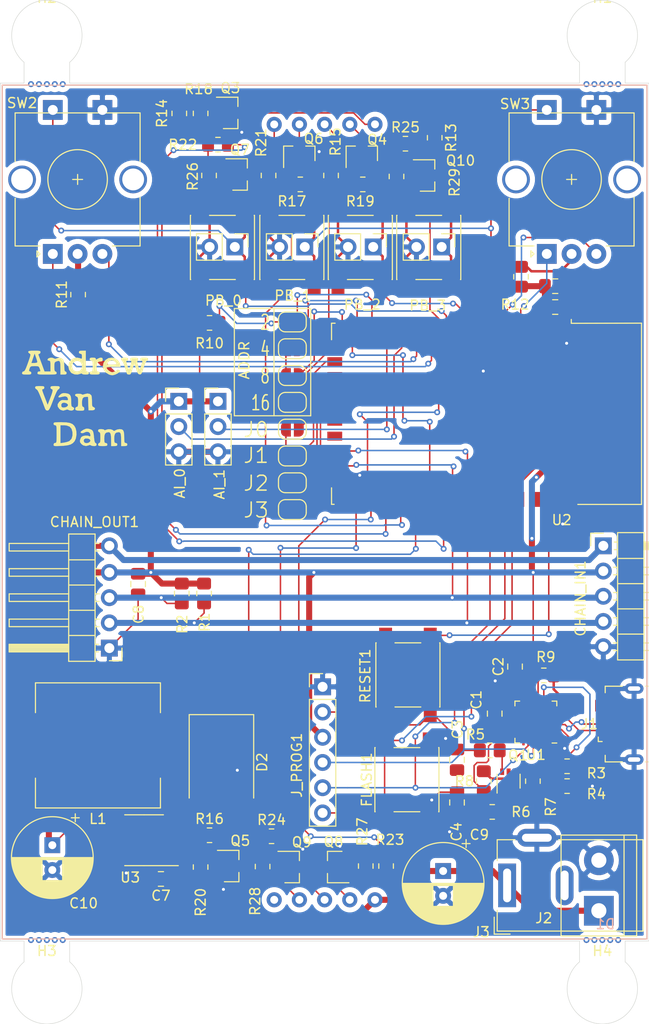
<source format=kicad_pcb>
(kicad_pcb (version 20171130) (host pcbnew "(5.1.8)-1")
  (layers (0 F.Cu signal hide) (31 B.Cu signal hide) (34 B.Paste user hide) (35 F.Paste user) (36 B.SilkS user) (37 F.SilkS user) (38 B.Mask user) (39 F.Mask user) (44 Edge.Cuts user))
  (net 0 "")
  (net 1 GND)
  (net 2 AI_0)
  (net 3 +3V3)
  (net 4 AI_1)
  (net 5 "Net-(C1-Pad2)")
  (net 6 CHIP_PU)
  (net 7 GPIO0)
  (net 8 +12V)
  (net 9 SCL)
  (net 10 SDA)
  (net 11 "/Fet Driver/SINK_3")
  (net 12 "/Fet Driver/SINK_7")
  (net 13 "/Fet Driver/SINK_6")
  (net 14 "/Fet Driver/SINK_5")
  (net 15 "/Fet Driver/SINK_4")
  (net 16 "Net-(D1-Pad3)")
  (net 17 "/Fet Driver/SINK_2")
  (net 18 "/Fet Driver/SINK_1")
  (net 19 "Net-(D2-Pad1)")
  (net 20 "Net-(J1-Pad3)")
  (net 21 "Net-(J1-Pad4)")
  (net 22 +5V)
  (net 23 "Net-(J1-Pad2)")
  (net 24 "Net-(J3-Pad2)")
  (net 25 PB_0)
  (net 26 PB_1)
  (net 27 PB_2)
  (net 28 PB_3)
  (net 29 USB_RX)
  (net 30 USB_TX)
  (net 31 "Net-(JP1-Pad2)")
  (net 32 "Net-(JP1-Pad1)")
  (net 33 "Net-(JP2-Pad2)")
  (net 34 "Net-(JP3-Pad2)")
  (net 35 "Net-(JP4-Pad2)")
  (net 36 "Net-(JP5-Pad2)")
  (net 37 "Net-(JP6-Pad2)")
  (net 38 "Net-(JP7-Pad2)")
  (net 39 "Net-(JP8-Pad2)")
  (net 40 EN_Auto)
  (net 41 DTR)
  (net 42 "Net-(Q1-Pad2)")
  (net 43 "Net-(Q1-Pad5)")
  (net 44 IO0_Auto)
  (net 45 RTS)
  (net 46 "Net-(Q3-Pad1)")
  (net 47 "Net-(Q4-Pad1)")
  (net 48 "Net-(Q5-Pad1)")
  (net 49 "Net-(Q6-Pad1)")
  (net 50 "Net-(Q7-Pad1)")
  (net 51 "Net-(Q8-Pad1)")
  (net 52 "Net-(Q9-Pad1)")
  (net 53 "/Fet Driver/SINK_8")
  (net 54 "Net-(Q10-Pad1)")
  (net 55 "Net-(R3-Pad1)")
  (net 56 "Net-(R9-Pad2)")
  (net 57 "Net-(R11-Pad2)")
  (net 58 "Net-(R12-Pad2)")
  (net 59 "/Fet Driver/C1")
  (net 60 "/Fet Driver/C2")
  (net 61 "/Fet Driver/C3")
  (net 62 "/Fet Driver/C4")
  (net 63 "/Fet Driver/C5")
  (net 64 "/Fet Driver/C6")
  (net 65 "/Fet Driver/C7")
  (net 66 "/Fet Driver/C8")
  (net 67 ENC_0_A)
  (net 68 ENC_0_B)
  (net 69 ENC_1_A)
  (net 70 ENC_1_B)
  (net 71 "Net-(U1-Pad24)")
  (net 72 "Net-(U1-Pad22)")
  (net 73 "Net-(U1-Pad18)")
  (net 74 "Net-(U1-Pad17)")
  (net 75 "Net-(U1-Pad15)")
  (net 76 "Net-(U1-Pad14)")
  (net 77 "Net-(U1-Pad13)")
  (net 78 "Net-(U1-Pad12)")
  (net 79 "Net-(U1-Pad11)")
  (net 80 "Net-(U1-Pad1)")
  (net 81 "Net-(U2-Pad22)")
  (net 82 "Net-(U2-Pad23)")
  (net 83 "Net-(U2-Pad39)")
  (net 84 "Net-(U2-Pad40)")
  (net 85 "Net-(D1-Pad10)")
  (net 86 "Net-(U2-Pad36)")
  (net 87 "Net-(U2-Pad35)")
  (module Andrew_van_dam_logo:Andrew_van_dam_logo_12mm (layer F.Cu) (at -24.15 -11.45)
    (fp_text reference g1 hide)
    (fp_text value LOGO hide)
  )
  (module Capacitor_SMD:C_0805_2012Metric_Pad1.18x1.45mm_HandSolder (layer F.Cu) (at -18.8 7.25 270)
    (fp_text reference C8 (at 3.05 -0.05 90) (layer F.SilkS))
    (fp_text value 10uF)
    (pad 2 smd roundrect (at 1.0375 0 270) (size 1.175 1.45) (layers F.Cu F.Paste F.Mask) (roundrect_rratio 0.212766) (net 1 GND))
    (pad 1 smd roundrect (at -1.0375 0 270) (size 1.175 1.45) (layers F.Cu F.Paste F.Mask) (roundrect_rratio 0.212766) (net 3 +3V3))
  )
  (module Resistor_SMD:R_0805_2012Metric_Pad1.20x1.40mm_HandSolder (layer F.Cu) (at 16.05 27.1 270)
    (fp_text reference R8 (at 0 1.95 180) (layer F.SilkS))
    (fp_text value 10K)
    (pad 2 smd roundrect (at 1 0 270) (size 1.2 1.4) (layers F.Cu F.Paste F.Mask) (roundrect_rratio 0.208333) (net 45 RTS))
    (pad 1 smd roundrect (at -1 0 270) (size 1.2 1.4) (layers F.Cu F.Paste F.Mask) (roundrect_rratio 0.208333) (net 43 "Net-(Q1-Pad5)"))
  )
  (module Resistor_SMD:R_0805_2012Metric_Pad1.20x1.40mm_HandSolder (layer F.Cu) (at 24.45 25.6)
    (fp_text reference R3 (at 2.95 0.7) (layer F.SilkS))
    (fp_text value 24K)
    (pad 2 smd roundrect (at 1 0) (size 1.2 1.4) (layers F.Cu F.Paste F.Mask) (roundrect_rratio 0.208333) (net 22 +5V))
    (pad 1 smd roundrect (at -1 0) (size 1.2 1.4) (layers F.Cu F.Paste F.Mask) (roundrect_rratio 0.208333) (net 55 "Net-(R3-Pad1)"))
  )
  (module Package_SO:SOP-8_3.9x4.9mm_P1.27mm (layer F.Cu) (at -18.2 33.05 180)
    (fp_text reference U3 (at 1.4 -3.75) (layer F.SilkS))
    (fp_text value AP1509-33SG-13)
    (pad 8 smd roundrect (at 2.625 -1.905 180) (size 1.65 0.6) (layers F.Cu F.Paste F.Mask) (net 1 GND))
    (pad 7 smd roundrect (at 2.625 -0.635 180) (size 1.65 0.6) (layers F.Cu F.Paste F.Mask) (net 1 GND))
    (pad 6 smd roundrect (at 2.625 0.635 180) (size 1.65 0.6) (layers F.Cu F.Paste F.Mask) (net 1 GND))
    (pad 5 smd roundrect (at 2.625 1.905 180) (size 1.65 0.6) (layers F.Cu F.Paste F.Mask) (net 1 GND))
    (pad 4 smd roundrect (at -2.625 1.905 180) (size 1.65 0.6) (layers F.Cu F.Paste F.Mask) (net 1 GND))
    (pad 3 smd roundrect (at -2.625 0.635 180) (size 1.65 0.6) (layers F.Cu F.Paste F.Mask) (net 3 +3V3))
    (pad 2 smd roundrect (at -2.625 -0.635 180) (size 1.65 0.6) (layers F.Cu F.Paste F.Mask) (net 19 "Net-(D2-Pad1)"))
    (pad 1 smd roundrect (at -2.625 -1.905 180) (size 1.65 0.6) (layers F.Cu F.Paste F.Mask) (net 8 +12V))
  )
  (module ESP32-SR-WROVER:ESP32-S2-WROVER (layer F.Cu) (at 12.5 -9.9 270)
    (fp_text reference U2 (at 10.7 -11.4) (layer F.SilkS))
    (fp_text value ESP32-S2-WROVER)
    (pad 1 smd rect (at -8.625 -11.775 270) (size 1.5 0.9) (layers F.Cu F.Paste F.Mask) (net 1 GND))
    (pad 15 smd rect (at -8.625 9.225 90) (size 1.5 0.9) (layers F.Cu F.Paste F.Mask) (net 33 "Net-(JP2-Pad2)"))
    (pad 16 smd rect (at -8.625 10.725 90) (size 1.5 0.9) (layers F.Cu F.Paste F.Mask) (net 34 "Net-(JP3-Pad2)"))
    (pad 17 smd rect (at -6.75 11.475 270) (size 0.9 1.5) (layers F.Cu F.Paste F.Mask) (net 35 "Net-(JP4-Pad2)"))
    (pad 18 smd rect (at -5.25 11.475 270) (size 0.9 1.5) (layers F.Cu F.Paste F.Mask) (net 36 "Net-(JP5-Pad2)"))
    (pad 19 smd rect (at -3.75 11.475 270) (size 0.9 1.5) (layers F.Cu F.Paste F.Mask) (net 37 "Net-(JP6-Pad2)"))
    (pad 20 smd rect (at -2.25 11.475 270) (size 0.9 1.5) (layers F.Cu F.Paste F.Mask) (net 38 "Net-(JP7-Pad2)"))
    (pad 21 smd rect (at -0.75 11.475 270) (size 0.9 1.5) (layers F.Cu F.Paste F.Mask) (net 39 "Net-(JP8-Pad2)"))
    (pad 22 smd rect (at 0.75 11.475 270) (size 0.9 1.5) (layers F.Cu F.Paste F.Mask) (net 81 "Net-(U2-Pad22)"))
    (pad 23 smd rect (at 2.25 11.475 270) (size 0.9 1.5) (layers F.Cu F.Paste F.Mask) (net 82 "Net-(U2-Pad23)"))
    (pad 24 smd rect (at 3.75 11.475 270) (size 0.9 1.5) (layers F.Cu F.Paste F.Mask) (net 9 SCL))
    (pad 2 smd rect (at -8.625 -10.275 270) (size 1.5 0.9) (layers F.Cu F.Paste F.Mask) (net 3 +3V3))
    (pad 3 smd rect (at -8.625 -8.775 270) (size 1.5 0.9) (layers F.Cu F.Paste F.Mask) (net 7 GPIO0))
    (pad 4 smd rect (at -8.625 -7.275 270) (size 1.5 0.9) (layers F.Cu F.Paste F.Mask) (net 69 ENC_1_A))
    (pad 5 smd rect (at -8.625 -5.775 270) (size 1.5 0.9) (layers F.Cu F.Paste F.Mask) (net 70 ENC_1_B))
    (pad 6 smd rect (at -8.625 -4.275 270) (size 1.5 0.9) (layers F.Cu F.Paste F.Mask) (net 26 PB_1))
    (pad 7 smd rect (at -8.625 -2.775 270) (size 1.5 0.9) (layers F.Cu F.Paste F.Mask) (net 28 PB_3))
    (pad 8 smd rect (at -8.625 -1.275 270) (size 1.5 0.9) (layers F.Cu F.Paste F.Mask) (net 27 PB_2))
    (pad 9 smd rect (at -8.625 0.225 270) (size 1.5 0.9) (layers F.Cu F.Paste F.Mask) (net 25 PB_0))
    (pad 10 smd rect (at -8.625 1.725 270) (size 1.5 0.9) (layers F.Cu F.Paste F.Mask) (net 67 ENC_0_A))
    (pad 11 smd rect (at -8.625 3.225 270) (size 1.5 0.9) (layers F.Cu F.Paste F.Mask) (net 68 ENC_0_B))
    (pad 12 smd rect (at -8.625 4.725 270) (size 1.5 0.9) (layers F.Cu F.Paste F.Mask) (net 2 AI_0))
    (pad 13 smd rect (at -8.625 6.225 270) (size 1.5 0.9) (layers F.Cu F.Paste F.Mask) (net 4 AI_1))
    (pad 14 smd rect (at -8.625 7.725 270) (size 1.5 0.9) (layers F.Cu F.Paste F.Mask) (net 31 "Net-(JP1-Pad2)"))
    (pad 38 smd rect (at 8.625 -5.675 270) (size 1.5 0.9) (layers F.Cu F.Paste F.Mask) (net 30 USB_TX))
    (pad 37 smd rect (at 8.625 -4.175 270) (size 1.5 0.9) (layers F.Cu F.Paste F.Mask) (net 29 USB_RX))
    (pad 36 smd rect (at 8.625 -2.675 270) (size 1.5 0.9) (layers F.Cu F.Paste F.Mask) (net 86 "Net-(U2-Pad36)"))
    (pad 35 smd rect (at 8.625 -1.175 270) (size 1.5 0.9) (layers F.Cu F.Paste F.Mask) (net 87 "Net-(U2-Pad35)"))
    (pad 34 smd rect (at 8.625 0.325 270) (size 1.5 0.9) (layers F.Cu F.Paste F.Mask) (net 59 "/Fet Driver/C1"))
    (pad 33 smd rect (at 8.625 1.825 270) (size 1.5 0.9) (layers F.Cu F.Paste F.Mask) (net 60 "/Fet Driver/C2"))
    (pad 32 smd rect (at 8.625 3.325 270) (size 1.5 0.9) (layers F.Cu F.Paste F.Mask) (net 61 "/Fet Driver/C3"))
    (pad 31 smd rect (at 8.625 4.825 270) (size 1.5 0.9) (layers F.Cu F.Paste F.Mask) (net 62 "/Fet Driver/C4"))
    (pad 30 smd rect (at 8.625 6.325 270) (size 1.5 0.9) (layers F.Cu F.Paste F.Mask) (net 63 "/Fet Driver/C5"))
    (pad 29 smd rect (at 8.625 7.825 270) (size 1.5 0.9) (layers F.Cu F.Paste F.Mask) (net 64 "/Fet Driver/C6"))
    (pad 28 smd rect (at 8.625 9.325 270) (size 1.5 0.9) (layers F.Cu F.Paste F.Mask) (net 65 "/Fet Driver/C7"))
    (pad 27 smd rect (at 8.625 10.825 270) (size 1.5 0.9) (layers F.Cu F.Paste F.Mask) (net 66 "/Fet Driver/C8"))
    (pad 26 smd rect (at 6.75 11.475 270) (size 0.9 1.5) (layers F.Cu F.Paste F.Mask) (net 1 GND))
    (pad 25 smd rect (at 5.25 11.475 270) (size 0.9 1.5) (layers F.Cu F.Paste F.Mask) (net 10 SDA))
    (pad 39 smd rect (at 8.625 -7.175 270) (size 1.5 0.9) (layers F.Cu F.Paste F.Mask) (net 83 "Net-(U2-Pad39)"))
    (pad 40 smd rect (at 8.625 -8.775 270) (size 1.5 0.9) (layers F.Cu F.Paste F.Mask) (net 84 "Net-(U2-Pad40)"))
    (pad 41 smd rect (at 8.625 -10.275 270) (size 1.5 0.9) (layers F.Cu F.Paste F.Mask) (net 6 CHIP_PU))
    (pad 42 smd rect (at 8.625 -11.675 270) (size 1.5 0.9) (layers F.Cu F.Paste F.Mask) (net 1 GND))
    (pad 43 smd rect (at -1.19 -3.735 270) (size 4.1 4.1) (layers F.Cu F.Paste F.Mask) (net 1 GND))
  )
  (module Package_DFN_QFN:QFN-24-1EP_4x4mm_P0.5mm_EP2.6x2.6mm (layer F.Cu) (at 21.3 21.15 180)
    (fp_text reference U1 (at 0 -3.3) (layer F.SilkS))
    (fp_text value CP2104)
    (pad 25 smd rect (at 0 0 180) (size 2.6 2.6) (layers F.Cu F.Mask) (net 1 GND))
    (pad 24 smd roundrect (at -1.25 -1.9375 180) (size 0.25 0.825) (layers F.Cu F.Paste F.Mask) (net 71 "Net-(U1-Pad24)"))
    (pad 23 smd roundrect (at -0.75 -1.9375 180) (size 0.25 0.825) (layers F.Cu F.Paste F.Mask) (net 41 DTR))
    (pad 22 smd roundrect (at -0.25 -1.9375 180) (size 0.25 0.825) (layers F.Cu F.Paste F.Mask) (net 72 "Net-(U1-Pad22)"))
    (pad 21 smd roundrect (at 0.25 -1.9375 180) (size 0.25 0.825) (layers F.Cu F.Paste F.Mask) (net 30 USB_TX))
    (pad 20 smd roundrect (at 0.75 -1.9375 180) (size 0.25 0.825) (layers F.Cu F.Paste F.Mask) (net 29 USB_RX))
    (pad 19 smd roundrect (at 1.25 -1.9375 180) (size 0.25 0.825) (layers F.Cu F.Paste F.Mask) (net 45 RTS))
    (pad 18 smd roundrect (at 1.9375 -1.25 180) (size 0.825 0.25) (layers F.Cu F.Paste F.Mask) (net 73 "Net-(U1-Pad18)"))
    (pad 17 smd roundrect (at 1.9375 -0.75 180) (size 0.825 0.25) (layers F.Cu F.Paste F.Mask) (net 74 "Net-(U1-Pad17)"))
    (pad 16 smd roundrect (at 1.9375 -0.25 180) (size 0.825 0.25) (layers F.Cu F.Paste F.Mask) (net 5 "Net-(C1-Pad2)"))
    (pad 15 smd roundrect (at 1.9375 0.25 180) (size 0.825 0.25) (layers F.Cu F.Paste F.Mask) (net 75 "Net-(U1-Pad15)"))
    (pad 14 smd roundrect (at 1.9375 0.75 180) (size 0.825 0.25) (layers F.Cu F.Paste F.Mask) (net 76 "Net-(U1-Pad14)"))
    (pad 13 smd roundrect (at 1.9375 1.25 180) (size 0.825 0.25) (layers F.Cu F.Paste F.Mask) (net 77 "Net-(U1-Pad13)"))
    (pad 12 smd roundrect (at 1.25 1.9375 180) (size 0.25 0.825) (layers F.Cu F.Paste F.Mask) (net 78 "Net-(U1-Pad12)"))
    (pad 11 smd roundrect (at 0.75 1.9375 180) (size 0.25 0.825) (layers F.Cu F.Paste F.Mask) (net 79 "Net-(U1-Pad11)"))
    (pad 10 smd roundrect (at 0.25 1.9375 180) (size 0.25 0.825) (layers F.Cu F.Paste F.Mask) (net 3 +3V3))
    (pad 9 smd roundrect (at -0.25 1.9375 180) (size 0.25 0.825) (layers F.Cu F.Paste F.Mask) (net 56 "Net-(R9-Pad2)"))
    (pad 8 smd roundrect (at -0.75 1.9375 180) (size 0.25 0.825) (layers F.Cu F.Paste F.Mask) (net 55 "Net-(R3-Pad1)"))
    (pad 7 smd roundrect (at -1.25 1.9375 180) (size 0.25 0.825) (layers F.Cu F.Paste F.Mask) (net 3 +3V3))
    (pad 6 smd roundrect (at -1.9375 1.25 180) (size 0.825 0.25) (layers F.Cu F.Paste F.Mask) (net 3 +3V3))
    (pad 5 smd roundrect (at -1.9375 0.75 180) (size 0.825 0.25) (layers F.Cu F.Paste F.Mask) (net 3 +3V3))
    (pad 4 smd roundrect (at -1.9375 0.25 180) (size 0.825 0.25) (layers F.Cu F.Paste F.Mask) (net 23 "Net-(J1-Pad2)"))
    (pad 3 smd roundrect (at -1.9375 -0.25 180) (size 0.825 0.25) (layers F.Cu F.Paste F.Mask) (net 20 "Net-(J1-Pad3)"))
    (pad 2 smd roundrect (at -1.9375 -0.75 180) (size 0.825 0.25) (layers F.Cu F.Paste F.Mask) (net 1 GND))
    (pad 1 smd roundrect (at -1.9375 -1.25 180) (size 0.825 0.25) (layers F.Cu F.Paste F.Mask) (net 80 "Net-(U1-Pad1)"))
  )
  (module Rotary_Encoder:RotaryEncoder_Alps_EC12E_Vertical_H20mm_CircularMountingHoles (layer F.Cu) (at 22.4 -26 90)
    (fp_text reference SW3 (at 15.1 -3.2 180) (layer F.SilkS))
    (fp_text value Rotary_Encoder_Switch)
    (pad S2 thru_hole rect (at 14.5 5 90) (size 2 2) (drill 1) (layers *.Cu *.Mask) (net 1 GND))
    (pad S1 thru_hole rect (at 14.5 0 90) (size 2 2) (drill 1) (layers *.Cu *.Mask) (net 26 PB_1))
    (pad A thru_hole rect (at 0 0 90) (size 2 2) (drill 1) (layers *.Cu *.Mask) (net 69 ENC_1_A))
    (pad C thru_hole circle (at 0 2.5 90) (size 2 2) (drill 1) (layers *.Cu *.Mask) (net 58 "Net-(R12-Pad2)"))
    (pad B thru_hole circle (at 0 5 90) (size 2 2) (drill 1) (layers *.Cu *.Mask) (net 70 ENC_1_B))
    (pad MP thru_hole circle (at 7.5 -3.1 90) (size 2.8 2.8) (drill 2.2) (layers *.Cu *.Mask))
    (pad MP thru_hole circle (at 7.5 8.1 90) (size 2.8 2.8) (drill 2.2) (layers *.Cu *.Mask))
  )
  (module Rotary_Encoder:RotaryEncoder_Alps_EC12E_Vertical_H20mm_CircularMountingHoles (layer F.Cu) (at -27.4 -26 90)
    (fp_text reference SW2 (at 15.2 -3.1 180) (layer F.SilkS))
    (fp_text value Rotary_Encoder_Switch)
    (pad S2 thru_hole rect (at 14.5 5 90) (size 2 2) (drill 1) (layers *.Cu *.Mask) (net 1 GND))
    (pad S1 thru_hole rect (at 14.5 0 90) (size 2 2) (drill 1) (layers *.Cu *.Mask) (net 25 PB_0))
    (pad A thru_hole rect (at 0 0 90) (size 2 2) (drill 1) (layers *.Cu *.Mask) (net 67 ENC_0_A))
    (pad C thru_hole circle (at 0 2.5 90) (size 2 2) (drill 1) (layers *.Cu *.Mask) (net 57 "Net-(R11-Pad2)"))
    (pad B thru_hole circle (at 0 5 90) (size 2 2) (drill 1) (layers *.Cu *.Mask) (net 68 ENC_0_B))
    (pad MP thru_hole circle (at 7.5 -3.1 90) (size 2.8 2.8) (drill 2.2) (layers *.Cu *.Mask))
    (pad MP thru_hole circle (at 7.5 8.1 90) (size 2.8 2.8) (drill 2.2) (layers *.Cu *.Mask))
  )
  (module Button_Switch_SMD:SW_SPST_PTS645 (layer F.Cu) (at 8.4 16.4 270)
    (fp_text reference RESET1 (at 0.1 4.3 90) (layer F.SilkS))
    (fp_text value SW_Push)
    (pad 2 smd rect (at 3.98 2.25 270) (size 1.55 1.3) (layers F.Cu F.Paste F.Mask) (net 1 GND))
    (pad 1 smd rect (at 3.98 -2.25 270) (size 1.55 1.3) (layers F.Cu F.Paste F.Mask) (net 6 CHIP_PU))
    (pad 1 smd rect (at -3.98 -2.25 270) (size 1.55 1.3) (layers F.Cu F.Paste F.Mask) (net 6 CHIP_PU))
    (pad 2 smd rect (at -3.98 2.25 270) (size 1.55 1.3) (layers F.Cu F.Paste F.Mask) (net 1 GND))
  )
  (module Resistor_SMD:R_0805_2012Metric_Pad1.20x1.40mm_HandSolder (layer F.Cu) (at 7.25 -33.8 270)
    (fp_text reference R29 (at 0.6 -5.85 90) (layer F.SilkS))
    (fp_text value 10K)
    (pad 2 smd roundrect (at 1 0 270) (size 1.2 1.4) (layers F.Cu F.Paste F.Mask) (roundrect_rratio 0.208333) (net 1 GND))
    (pad 1 smd roundrect (at -1 0 270) (size 1.2 1.4) (layers F.Cu F.Paste F.Mask) (roundrect_rratio 0.208333) (net 54 "Net-(Q10-Pad1)"))
  )
  (module Resistor_SMD:R_0805_2012Metric_Pad1.20x1.40mm_HandSolder (layer F.Cu) (at -6.25 35.7 270)
    (fp_text reference R28 (at 3.5 0.75 90) (layer F.SilkS))
    (fp_text value 10K)
    (pad 2 smd roundrect (at 1 0 270) (size 1.2 1.4) (layers F.Cu F.Paste F.Mask) (roundrect_rratio 0.208333) (net 1 GND))
    (pad 1 smd roundrect (at -1 0 270) (size 1.2 1.4) (layers F.Cu F.Paste F.Mask) (roundrect_rratio 0.208333) (net 52 "Net-(Q9-Pad1)"))
  )
  (module Resistor_SMD:R_0805_2012Metric_Pad1.20x1.40mm_HandSolder (layer F.Cu) (at 4.15 35.65 90)
    (fp_text reference R27 (at 3.45 -0.35 90) (layer F.SilkS))
    (fp_text value 10K)
    (pad 2 smd roundrect (at 1 0 90) (size 1.2 1.4) (layers F.Cu F.Paste F.Mask) (roundrect_rratio 0.208333) (net 1 GND))
    (pad 1 smd roundrect (at -1 0 90) (size 1.2 1.4) (layers F.Cu F.Paste F.Mask) (roundrect_rratio 0.208333) (net 51 "Net-(Q8-Pad1)"))
  )
  (module Resistor_SMD:R_0805_2012Metric_Pad1.20x1.40mm_HandSolder (layer F.Cu) (at -11.65 -33.9 270)
    (fp_text reference R26 (at 0.1 1.65 90) (layer F.SilkS))
    (fp_text value 10K)
    (pad 2 smd roundrect (at 1 0 270) (size 1.2 1.4) (layers F.Cu F.Paste F.Mask) (roundrect_rratio 0.208333) (net 1 GND))
    (pad 1 smd roundrect (at -1 0 270) (size 1.2 1.4) (layers F.Cu F.Paste F.Mask) (roundrect_rratio 0.208333) (net 50 "Net-(Q7-Pad1)"))
  )
  (module Resistor_SMD:R_0805_2012Metric_Pad1.20x1.40mm_HandSolder (layer F.Cu) (at 8.15 -37.1)
    (fp_text reference R25 (at 0 -1.65) (layer F.SilkS))
    (fp_text value 1K)
    (pad 2 smd roundrect (at 1 0) (size 1.2 1.4) (layers F.Cu F.Paste F.Mask) (roundrect_rratio 0.208333) (net 66 "/Fet Driver/C8"))
    (pad 1 smd roundrect (at -1 0) (size 1.2 1.4) (layers F.Cu F.Paste F.Mask) (roundrect_rratio 0.208333) (net 54 "Net-(Q10-Pad1)"))
  )
  (module Resistor_SMD:R_0805_2012Metric_Pad1.20x1.40mm_HandSolder (layer F.Cu) (at -5.35 32.65)
    (fp_text reference R24 (at 0 -1.65) (layer F.SilkS))
    (fp_text value 1K)
    (pad 2 smd roundrect (at 1 0) (size 1.2 1.4) (layers F.Cu F.Paste F.Mask) (roundrect_rratio 0.208333) (net 65 "/Fet Driver/C7"))
    (pad 1 smd roundrect (at -1 0) (size 1.2 1.4) (layers F.Cu F.Paste F.Mask) (roundrect_rratio 0.208333) (net 52 "Net-(Q9-Pad1)"))
  )
  (module Resistor_SMD:R_0805_2012Metric_Pad1.20x1.40mm_HandSolder (layer F.Cu) (at 6.2 35.65 90)
    (fp_text reference R23 (at 2.65 0.4 180) (layer F.SilkS))
    (fp_text value 1K)
    (pad 2 smd roundrect (at 1 0 90) (size 1.2 1.4) (layers F.Cu F.Paste F.Mask) (roundrect_rratio 0.208333) (net 64 "/Fet Driver/C6"))
    (pad 1 smd roundrect (at -1 0 90) (size 1.2 1.4) (layers F.Cu F.Paste F.Mask) (roundrect_rratio 0.208333) (net 51 "Net-(Q8-Pad1)"))
  )
  (module Resistor_SMD:R_0805_2012Metric_Pad1.20x1.40mm_HandSolder (layer F.Cu) (at -10.75 -37)
    (fp_text reference R22 (at -3.55 0) (layer F.SilkS))
    (fp_text value 1K)
    (pad 2 smd roundrect (at 1 0) (size 1.2 1.4) (layers F.Cu F.Paste F.Mask) (roundrect_rratio 0.208333) (net 63 "/Fet Driver/C5"))
    (pad 1 smd roundrect (at -1 0) (size 1.2 1.4) (layers F.Cu F.Paste F.Mask) (roundrect_rratio 0.208333) (net 50 "Net-(Q7-Pad1)"))
  )
  (module Resistor_SMD:R_0805_2012Metric_Pad1.20x1.40mm_HandSolder (layer F.Cu) (at -5.65 -33.9 90)
    (fp_text reference R21 (at 3.3 -0.75 90) (layer F.SilkS))
    (fp_text value 10K)
    (pad 2 smd roundrect (at 1 0 90) (size 1.2 1.4) (layers F.Cu F.Paste F.Mask) (roundrect_rratio 0.208333) (net 1 GND))
    (pad 1 smd roundrect (at -1 0 90) (size 1.2 1.4) (layers F.Cu F.Paste F.Mask) (roundrect_rratio 0.208333) (net 49 "Net-(Q6-Pad1)"))
  )
  (module Resistor_SMD:R_0805_2012Metric_Pad1.20x1.40mm_HandSolder (layer F.Cu) (at -12.5 35.75 270)
    (fp_text reference R20 (at 3.55 0 90) (layer F.SilkS))
    (fp_text value 10K)
    (pad 2 smd roundrect (at 1 0 270) (size 1.2 1.4) (layers F.Cu F.Paste F.Mask) (roundrect_rratio 0.208333) (net 1 GND))
    (pad 1 smd roundrect (at -1 0 270) (size 1.2 1.4) (layers F.Cu F.Paste F.Mask) (roundrect_rratio 0.208333) (net 48 "Net-(Q5-Pad1)"))
  )
  (module Resistor_SMD:R_0805_2012Metric_Pad1.20x1.40mm_HandSolder (layer F.Cu) (at 3.85 -33)
    (fp_text reference R19 (at -0.25 1.7) (layer F.SilkS))
    (fp_text value 10K)
    (pad 2 smd roundrect (at 1 0) (size 1.2 1.4) (layers F.Cu F.Paste F.Mask) (roundrect_rratio 0.208333) (net 1 GND))
    (pad 1 smd roundrect (at -1 0) (size 1.2 1.4) (layers F.Cu F.Paste F.Mask) (roundrect_rratio 0.208333) (net 47 "Net-(Q4-Pad1)"))
  )
  (module Resistor_SMD:R_0805_2012Metric_Pad1.20x1.40mm_HandSolder (layer F.Cu) (at -12.5 -40.15 270)
    (fp_text reference R18 (at -2.45 0.2 180) (layer F.SilkS))
    (fp_text value 10K)
    (pad 2 smd roundrect (at 1 0 270) (size 1.2 1.4) (layers F.Cu F.Paste F.Mask) (roundrect_rratio 0.208333) (net 1 GND))
    (pad 1 smd roundrect (at -1 0 270) (size 1.2 1.4) (layers F.Cu F.Paste F.Mask) (roundrect_rratio 0.208333) (net 46 "Net-(Q3-Pad1)"))
  )
  (module Resistor_SMD:R_0805_2012Metric_Pad1.20x1.40mm_HandSolder (layer F.Cu) (at -2.45 -33)
    (fp_text reference R17 (at -0.85 1.7) (layer F.SilkS))
    (fp_text value 1K)
    (pad 2 smd roundrect (at 1 0) (size 1.2 1.4) (layers F.Cu F.Paste F.Mask) (roundrect_rratio 0.208333) (net 62 "/Fet Driver/C4"))
    (pad 1 smd roundrect (at -1 0) (size 1.2 1.4) (layers F.Cu F.Paste F.Mask) (roundrect_rratio 0.208333) (net 49 "Net-(Q6-Pad1)"))
  )
  (module Resistor_SMD:R_0805_2012Metric_Pad1.20x1.40mm_HandSolder (layer F.Cu) (at -11.6 32.55)
    (fp_text reference R16 (at 0 -1.65) (layer F.SilkS))
    (fp_text value 1K)
    (pad 2 smd roundrect (at 1 0) (size 1.2 1.4) (layers F.Cu F.Paste F.Mask) (roundrect_rratio 0.208333) (net 61 "/Fet Driver/C3"))
    (pad 1 smd roundrect (at -1 0) (size 1.2 1.4) (layers F.Cu F.Paste F.Mask) (roundrect_rratio 0.208333) (net 48 "Net-(Q5-Pad1)"))
  )
  (module Resistor_SMD:R_0805_2012Metric_Pad1.20x1.40mm_HandSolder (layer F.Cu) (at 0.65 -33.9 90)
    (fp_text reference R15 (at 3.4 0.45 90) (layer F.SilkS))
    (fp_text value 1K)
    (pad 2 smd roundrect (at 1 0 90) (size 1.2 1.4) (layers F.Cu F.Paste F.Mask) (roundrect_rratio 0.208333) (net 60 "/Fet Driver/C2"))
    (pad 1 smd roundrect (at -1 0 90) (size 1.2 1.4) (layers F.Cu F.Paste F.Mask) (roundrect_rratio 0.208333) (net 47 "Net-(Q4-Pad1)"))
  )
  (module Resistor_SMD:R_0805_2012Metric_Pad1.20x1.40mm_HandSolder (layer F.Cu) (at -14.65 -40.15 270)
    (fp_text reference R14 (at 0 1.75 90) (layer F.SilkS))
    (fp_text value 1K)
    (pad 2 smd roundrect (at 1 0 270) (size 1.2 1.4) (layers F.Cu F.Paste F.Mask) (roundrect_rratio 0.208333) (net 59 "/Fet Driver/C1"))
    (pad 1 smd roundrect (at -1 0 270) (size 1.2 1.4) (layers F.Cu F.Paste F.Mask) (roundrect_rratio 0.208333) (net 46 "Net-(Q3-Pad1)"))
  )
  (module Resistor_SMD:R_0805_2012Metric_Pad1.20x1.40mm_HandSolder (layer F.Cu) (at 11.1 -37.7 270)
    (fp_text reference R13 (at 0 -1.65 90) (layer F.SilkS))
    (fp_text value R)
    (pad 2 smd roundrect (at 1 0 270) (size 1.2 1.4) (layers F.Cu F.Paste F.Mask) (roundrect_rratio 0.208333) (net 53 "/Fet Driver/SINK_8"))
    (pad 1 smd roundrect (at -1 0 270) (size 1.2 1.4) (layers F.Cu F.Paste F.Mask) (roundrect_rratio 0.208333) (net 16 "Net-(D1-Pad3)"))
  )
  (module Resistor_SMD:R_0805_2012Metric_Pad1.20x1.40mm_HandSolder (layer F.Cu) (at 19.8 -23.7 90)
    (fp_text reference R12 (at -2.8 -0.6 180) (layer F.SilkS))
    (fp_text value 1K)
    (pad 2 smd roundrect (at 1 0 90) (size 1.2 1.4) (layers F.Cu F.Paste F.Mask) (roundrect_rratio 0.208333) (net 58 "Net-(R12-Pad2)"))
    (pad 1 smd roundrect (at -1 0 90) (size 1.2 1.4) (layers F.Cu F.Paste F.Mask) (roundrect_rratio 0.208333) (net 3 +3V3))
  )
  (module Resistor_SMD:R_0805_2012Metric_Pad1.20x1.40mm_HandSolder (layer F.Cu) (at -24.85 -21.9 90)
    (fp_text reference R11 (at 0 -1.65 90) (layer F.SilkS))
    (fp_text value 1K)
    (pad 2 smd roundrect (at 1 0 90) (size 1.2 1.4) (layers F.Cu F.Paste F.Mask) (roundrect_rratio 0.208333) (net 57 "Net-(R11-Pad2)"))
    (pad 1 smd roundrect (at -1 0 90) (size 1.2 1.4) (layers F.Cu F.Paste F.Mask) (roundrect_rratio 0.208333) (net 3 +3V3))
  )
  (module Resistor_SMD:R_0805_2012Metric_Pad1.20x1.40mm_HandSolder (layer F.Cu) (at -11.6 -19.05)
    (fp_text reference R10 (at 0 2.05) (layer F.SilkS))
    (fp_text value IK)
    (pad 2 smd roundrect (at 1 0) (size 1.2 1.4) (layers F.Cu F.Paste F.Mask) (roundrect_rratio 0.208333) (net 32 "Net-(JP1-Pad1)"))
    (pad 1 smd roundrect (at -1 0) (size 1.2 1.4) (layers F.Cu F.Paste F.Mask) (roundrect_rratio 0.208333) (net 3 +3V3))
  )
  (module Resistor_SMD:R_0805_2012Metric_Pad1.20x1.40mm_HandSolder (layer F.Cu) (at 22.1 16.45 180)
    (fp_text reference R9 (at -0.2 1.85) (layer F.SilkS))
    (fp_text value 1K)
    (pad 2 smd roundrect (at 1 0 180) (size 1.2 1.4) (layers F.Cu F.Paste F.Mask) (roundrect_rratio 0.208333) (net 56 "Net-(R9-Pad2)"))
    (pad 1 smd roundrect (at -1 0 180) (size 1.2 1.4) (layers F.Cu F.Paste F.Mask) (roundrect_rratio 0.208333) (net 3 +3V3))
  )
  (module Resistor_SMD:R_0805_2012Metric_Pad1.20x1.40mm_HandSolder (layer F.Cu) (at 21 27.1 90)
    (fp_text reference R7 (at -2.6 1.8 90) (layer F.SilkS))
    (fp_text value 10K)
    (pad 2 smd roundrect (at 1 0 90) (size 1.2 1.4) (layers F.Cu F.Paste F.Mask) (roundrect_rratio 0.208333) (net 41 DTR))
    (pad 1 smd roundrect (at -1 0 90) (size 1.2 1.4) (layers F.Cu F.Paste F.Mask) (roundrect_rratio 0.208333) (net 42 "Net-(Q1-Pad2)"))
  )
  (module Resistor_SMD:R_0805_2012Metric_Pad1.20x1.40mm_HandSolder (layer F.Cu) (at 16.9 30.2)
    (fp_text reference R6 (at 2.9 0) (layer F.SilkS))
    (fp_text value 0)
    (pad 2 smd roundrect (at 1 0) (size 1.2 1.4) (layers F.Cu F.Paste F.Mask) (roundrect_rratio 0.208333) (net 44 IO0_Auto))
    (pad 1 smd roundrect (at -1 0) (size 1.2 1.4) (layers F.Cu F.Paste F.Mask) (roundrect_rratio 0.208333) (net 7 GPIO0))
  )
  (module Resistor_SMD:R_0805_2012Metric_Pad1.20x1.40mm_HandSolder (layer F.Cu) (at 16.65 24 180)
    (fp_text reference R5 (at 1.45 1.6) (layer F.SilkS))
    (fp_text value 0)
    (pad 2 smd roundrect (at 1 0 180) (size 1.2 1.4) (layers F.Cu F.Paste F.Mask) (roundrect_rratio 0.208333) (net 6 CHIP_PU))
    (pad 1 smd roundrect (at -1 0 180) (size 1.2 1.4) (layers F.Cu F.Paste F.Mask) (roundrect_rratio 0.208333) (net 40 EN_Auto))
  )
  (module Resistor_SMD:R_0805_2012Metric_Pad1.20x1.40mm_HandSolder (layer F.Cu) (at 24.45 27.6)
    (fp_text reference R4 (at 2.95 0.8) (layer F.SilkS))
    (fp_text value 47K)
    (pad 2 smd roundrect (at 1 0) (size 1.2 1.4) (layers F.Cu F.Paste F.Mask) (roundrect_rratio 0.208333) (net 1 GND))
    (pad 1 smd roundrect (at -1 0) (size 1.2 1.4) (layers F.Cu F.Paste F.Mask) (roundrect_rratio 0.208333) (net 55 "Net-(R3-Pad1)"))
  )
  (module Resistor_SMD:R_0805_2012Metric_Pad1.20x1.40mm_HandSolder (layer F.Cu) (at -14.4 8.2 90)
    (fp_text reference R2 (at -3.1 0.05 90) (layer F.SilkS))
    (fp_text value 2.2K)
    (pad 2 smd roundrect (at 1 0 90) (size 1.2 1.4) (layers F.Cu F.Paste F.Mask) (roundrect_rratio 0.208333) (net 3 +3V3))
    (pad 1 smd roundrect (at -1 0 90) (size 1.2 1.4) (layers F.Cu F.Paste F.Mask) (roundrect_rratio 0.208333) (net 10 SDA))
  )
  (module Resistor_SMD:R_0805_2012Metric_Pad1.20x1.40mm_HandSolder (layer F.Cu) (at -12.15 8.2 90)
    (fp_text reference R1 (at -2.9 0.05 90) (layer F.SilkS))
    (fp_text value 2.2K)
    (pad 2 smd roundrect (at 1 0 90) (size 1.2 1.4) (layers F.Cu F.Paste F.Mask) (roundrect_rratio 0.208333) (net 3 +3V3))
    (pad 1 smd roundrect (at -1 0 90) (size 1.2 1.4) (layers F.Cu F.Paste F.Mask) (roundrect_rratio 0.208333) (net 9 SCL))
  )
  (module Package_TO_SOT_SMD:SOT-23 (layer F.Cu) (at 10.35 -33.9)
    (fp_text reference Q10 (at 3.35 -1.5) (layer F.SilkS))
    (fp_text value 2N7002)
    (pad 3 smd rect (at 1 0) (size 0.9 0.8) (layers F.Cu F.Paste F.Mask) (net 53 "/Fet Driver/SINK_8"))
    (pad 2 smd rect (at -1 0.95) (size 0.9 0.8) (layers F.Cu F.Paste F.Mask) (net 1 GND))
    (pad 1 smd rect (at -1 -0.95) (size 0.9 0.8) (layers F.Cu F.Paste F.Mask) (net 54 "Net-(Q10-Pad1)"))
  )
  (module Package_TO_SOT_SMD:SOT-23 (layer F.Cu) (at -3.3 35.75)
    (fp_text reference Q9 (at 1 -2.5) (layer F.SilkS))
    (fp_text value 2N7002)
    (pad 3 smd rect (at 1 0) (size 0.9 0.8) (layers F.Cu F.Paste F.Mask) (net 12 "/Fet Driver/SINK_7"))
    (pad 2 smd rect (at -1 0.95) (size 0.9 0.8) (layers F.Cu F.Paste F.Mask) (net 1 GND))
    (pad 1 smd rect (at -1 -0.95) (size 0.9 0.8) (layers F.Cu F.Paste F.Mask) (net 52 "Net-(Q9-Pad1)"))
  )
  (module Package_TO_SOT_SMD:SOT-23 (layer F.Cu) (at 1.05 35.75 180)
    (fp_text reference Q8 (at 0.15 2.55) (layer F.SilkS))
    (fp_text value 2N7002)
    (pad 3 smd rect (at 1 0 180) (size 0.9 0.8) (layers F.Cu F.Paste F.Mask) (net 13 "/Fet Driver/SINK_6"))
    (pad 2 smd rect (at -1 0.95 180) (size 0.9 0.8) (layers F.Cu F.Paste F.Mask) (net 1 GND))
    (pad 1 smd rect (at -1 -0.95 180) (size 0.9 0.8) (layers F.Cu F.Paste F.Mask) (net 51 "Net-(Q8-Pad1)"))
  )
  (module Package_TO_SOT_SMD:SOT-23 (layer F.Cu) (at -8.55 -34)
    (fp_text reference Q7 (at 0 -2.5) (layer F.SilkS))
    (fp_text value 2N7002)
    (pad 3 smd rect (at 1 0) (size 0.9 0.8) (layers F.Cu F.Paste F.Mask) (net 14 "/Fet Driver/SINK_5"))
    (pad 2 smd rect (at -1 0.95) (size 0.9 0.8) (layers F.Cu F.Paste F.Mask) (net 1 GND))
    (pad 1 smd rect (at -1 -0.95) (size 0.9 0.8) (layers F.Cu F.Paste F.Mask) (net 50 "Net-(Q7-Pad1)"))
  )
  (module Package_TO_SOT_SMD:SOT-23 (layer F.Cu) (at -2.55 -36.1 90)
    (fp_text reference Q6 (at 1.5 1.45 180) (layer F.SilkS))
    (fp_text value 2N7002)
    (pad 3 smd rect (at 1 0 90) (size 0.9 0.8) (layers F.Cu F.Paste F.Mask) (net 15 "/Fet Driver/SINK_4"))
    (pad 2 smd rect (at -1 0.95 90) (size 0.9 0.8) (layers F.Cu F.Paste F.Mask) (net 1 GND))
    (pad 1 smd rect (at -1 -0.95 90) (size 0.9 0.8) (layers F.Cu F.Paste F.Mask) (net 49 "Net-(Q6-Pad1)"))
  )
  (module Package_TO_SOT_SMD:SOT-23 (layer F.Cu) (at -9.4 35.65)
    (fp_text reference Q5 (at 0.9 -2.55) (layer F.SilkS))
    (fp_text value 2N7002)
    (pad 3 smd rect (at 1 0) (size 0.9 0.8) (layers F.Cu F.Paste F.Mask) (net 11 "/Fet Driver/SINK_3"))
    (pad 2 smd rect (at -1 0.95) (size 0.9 0.8) (layers F.Cu F.Paste F.Mask) (net 1 GND))
    (pad 1 smd rect (at -1 -0.95) (size 0.9 0.8) (layers F.Cu F.Paste F.Mask) (net 48 "Net-(Q5-Pad1)"))
  )
  (module Package_TO_SOT_SMD:SOT-23 (layer F.Cu) (at 3.75 -36.1 90)
    (fp_text reference Q4 (at 1.4 1.55 180) (layer F.SilkS))
    (fp_text value 2N7002)
    (pad 3 smd rect (at 1 0 90) (size 0.9 0.8) (layers F.Cu F.Paste F.Mask) (net 17 "/Fet Driver/SINK_2"))
    (pad 2 smd rect (at -1 0.95 90) (size 0.9 0.8) (layers F.Cu F.Paste F.Mask) (net 1 GND))
    (pad 1 smd rect (at -1 -0.95 90) (size 0.9 0.8) (layers F.Cu F.Paste F.Mask) (net 47 "Net-(Q4-Pad1)"))
  )
  (module Package_TO_SOT_SMD:SOT-23 (layer F.Cu) (at -9.5 -40.2)
    (fp_text reference Q3 (at 0 -2.5) (layer F.SilkS))
    (fp_text value 2N7002)
    (pad 3 smd rect (at 1 0) (size 0.9 0.8) (layers F.Cu F.Paste F.Mask) (net 18 "/Fet Driver/SINK_1"))
    (pad 2 smd rect (at -1 0.95) (size 0.9 0.8) (layers F.Cu F.Paste F.Mask) (net 1 GND))
    (pad 1 smd rect (at -1 -0.95) (size 0.9 0.8) (layers F.Cu F.Paste F.Mask) (net 46 "Net-(Q3-Pad1)"))
  )
  (module Package_TO_SOT_SMD:SOT-363_SC-70-6 (layer F.Cu) (at 18.55 27.1 90)
    (fp_text reference Q1 (at 2.6 0.95 180) (layer F.SilkS))
    (fp_text value MBT3904DW1)
    (pad 6 smd rect (at 0.95 -0.65 90) (size 0.65 0.4) (layers F.Cu F.Paste F.Mask) (net 40 EN_Auto))
    (pad 4 smd rect (at 0.95 0.65 90) (size 0.65 0.4) (layers F.Cu F.Paste F.Mask) (net 41 DTR))
    (pad 2 smd rect (at -0.95 0 90) (size 0.65 0.4) (layers F.Cu F.Paste F.Mask) (net 42 "Net-(Q1-Pad2)"))
    (pad 5 smd rect (at 0.95 0 90) (size 0.65 0.4) (layers F.Cu F.Paste F.Mask) (net 43 "Net-(Q1-Pad5)"))
    (pad 3 smd rect (at -0.95 0.65 90) (size 0.65 0.4) (layers F.Cu F.Paste F.Mask) (net 44 IO0_Auto))
    (pad 1 smd rect (at -0.95 -0.65 90) (size 0.65 0.4) (layers F.Cu F.Paste F.Mask) (net 45 RTS))
  )
  (module Button_Switch_SMD_modeled:SW_Push_1P1T_NO_6x6mm_H9.5mm (layer F.Cu) (at 10.5 -26.65 90)
    (fp_text reference PB_3 (at -5.85 -0.1) (layer F.SilkS))
    (fp_text value SW_Push)
    (pad 2 smd rect (at 3.975 2.25 90) (size 1.55 1.3) (layers F.Cu F.Paste F.Mask) (net 28 PB_3))
    (pad 1 smd rect (at 3.975 -2.25 90) (size 1.55 1.3) (layers F.Cu F.Paste F.Mask) (net 1 GND))
    (pad 1 smd rect (at -3.975 -2.25 90) (size 1.55 1.3) (layers F.Cu F.Paste F.Mask) (net 1 GND))
    (pad 2 smd rect (at -3.975 2.25 90) (size 1.55 1.3) (layers F.Cu F.Paste F.Mask) (net 28 PB_3))
  )
  (module Button_Switch_SMD_modeled:SW_Push_1P1T_NO_6x6mm_H9.5mm (layer F.Cu) (at 3.6 -26.65 90)
    (fp_text reference PB_2 (at -5.75 0.2 180) (layer F.SilkS))
    (fp_text value SW_Push)
    (pad 2 smd rect (at 3.975 2.25 90) (size 1.55 1.3) (layers F.Cu F.Paste F.Mask) (net 27 PB_2))
    (pad 1 smd rect (at 3.975 -2.25 90) (size 1.55 1.3) (layers F.Cu F.Paste F.Mask) (net 1 GND))
    (pad 1 smd rect (at -3.975 -2.25 90) (size 1.55 1.3) (layers F.Cu F.Paste F.Mask) (net 1 GND))
    (pad 2 smd rect (at -3.975 2.25 90) (size 1.55 1.3) (layers F.Cu F.Paste F.Mask) (net 27 PB_2))
  )
  (module Button_Switch_SMD_modeled:SW_Push_1P1T_NO_6x6mm_H9.5mm (layer F.Cu) (at -3.3 -26.65 90)
    (fp_text reference PB_1 (at -4.85 0.1 180) (layer F.SilkS))
    (fp_text value SW_Push)
    (pad 2 smd rect (at 3.975 2.25 90) (size 1.55 1.3) (layers F.Cu F.Paste F.Mask) (net 26 PB_1))
    (pad 1 smd rect (at 3.975 -2.25 90) (size 1.55 1.3) (layers F.Cu F.Paste F.Mask) (net 1 GND))
    (pad 1 smd rect (at -3.975 -2.25 90) (size 1.55 1.3) (layers F.Cu F.Paste F.Mask) (net 1 GND))
    (pad 2 smd rect (at -3.975 2.25 90) (size 1.55 1.3) (layers F.Cu F.Paste F.Mask) (net 26 PB_1))
  )
  (module Button_Switch_SMD_modeled:SW_Push_1P1T_NO_6x6mm_H9.5mm (layer F.Cu) (at -10.3 -26.65 90)
    (fp_text reference PB_0 (at -5.35 0.1 180) (layer F.SilkS))
    (fp_text value SW_Push)
    (pad 2 smd rect (at 3.975 2.25 90) (size 1.55 1.3) (layers F.Cu F.Paste F.Mask) (net 25 PB_0))
    (pad 1 smd rect (at 3.975 -2.25 90) (size 1.55 1.3) (layers F.Cu F.Paste F.Mask) (net 1 GND))
    (pad 1 smd rect (at -3.975 -2.25 90) (size 1.55 1.3) (layers F.Cu F.Paste F.Mask) (net 1 GND))
    (pad 2 smd rect (at -3.975 2.25 90) (size 1.55 1.3) (layers F.Cu F.Paste F.Mask) (net 25 PB_0))
  )
  (module Inductor_SMD:L_12x12mm_H8mm (layer F.Cu) (at -22.85 23.5 180)
    (fp_text reference L1 (at 0 -7.4) (layer F.SilkS))
    (fp_text value 47uH)
    (pad 2 smd rect (at 4.95 0 180) (size 2.9 5.4) (layers F.Cu F.Paste F.Mask) (net 3 +3V3))
    (pad 1 smd rect (at -4.95 0 180) (size 2.9 5.4) (layers F.Cu F.Paste F.Mask) (net 19 "Net-(D2-Pad1)"))
  )
  (module Jumper:SolderJumper-2_P1.3mm_Open_RoundedPad1.0x1.5mm (layer F.Cu) (at -3.25 -0.25)
    (fp_text reference JP8 hide)
    (fp_text value Jumper_NO_Small)
    (pad 2 smd custom (at 0.65 0) (size 1 0.5) (layers F.Cu F.Mask) (net 39 "Net-(JP8-Pad2)") (options (clearance outline) (anchor rect)) (primitives (gr_circle (center 0 0.25) (end 0.5 0.25) (width 0)) (gr_circle (center 0 -0.25) (end 0.5 -0.25) (width 0)) (gr_poly (pts (xy 0 -0.75) (xy -0.5 -0.75) (xy -0.5 0.75) (xy 0 0.75)) (width 0))))
    (pad 1 smd custom (at -0.65 0) (size 1 0.5) (layers F.Cu F.Mask) (net 32 "Net-(JP1-Pad1)") (options (clearance outline) (anchor rect)) (primitives (gr_circle (center 0 0.25) (end 0.5 0.25) (width 0)) (gr_circle (center 0 -0.25) (end 0.5 -0.25) (width 0)) (gr_poly (pts (xy 0 -0.75) (xy 0.5 -0.75) (xy 0.5 0.75) (xy 0 0.75)) (width 0))))
  )
  (module Jumper:SolderJumper-2_P1.3mm_Open_RoundedPad1.0x1.5mm (layer F.Cu) (at -3.25 -2.95)
    (fp_text reference JP7 hide)
    (fp_text value Jumper_NO_Small)
    (pad 2 smd custom (at 0.65 0) (size 1 0.5) (layers F.Cu F.Mask) (net 38 "Net-(JP7-Pad2)") (options (clearance outline) (anchor rect)) (primitives (gr_circle (center 0 0.25) (end 0.5 0.25) (width 0)) (gr_circle (center 0 -0.25) (end 0.5 -0.25) (width 0)) (gr_poly (pts (xy 0 -0.75) (xy -0.5 -0.75) (xy -0.5 0.75) (xy 0 0.75)) (width 0))))
    (pad 1 smd custom (at -0.65 0) (size 1 0.5) (layers F.Cu F.Mask) (net 32 "Net-(JP1-Pad1)") (options (clearance outline) (anchor rect)) (primitives (gr_circle (center 0 0.25) (end 0.5 0.25) (width 0)) (gr_circle (center 0 -0.25) (end 0.5 -0.25) (width 0)) (gr_poly (pts (xy 0 -0.75) (xy 0.5 -0.75) (xy 0.5 0.75) (xy 0 0.75)) (width 0))))
  )
  (module Jumper:SolderJumper-2_P1.3mm_Open_RoundedPad1.0x1.5mm (layer F.Cu) (at -3.25 -5.65)
    (fp_text reference JP6 hide)
    (fp_text value Jumper_NO_Small)
    (pad 2 smd custom (at 0.65 0) (size 1 0.5) (layers F.Cu F.Mask) (net 37 "Net-(JP6-Pad2)") (options (clearance outline) (anchor rect)) (primitives (gr_circle (center 0 0.25) (end 0.5 0.25) (width 0)) (gr_circle (center 0 -0.25) (end 0.5 -0.25) (width 0)) (gr_poly (pts (xy 0 -0.75) (xy -0.5 -0.75) (xy -0.5 0.75) (xy 0 0.75)) (width 0))))
    (pad 1 smd custom (at -0.65 0) (size 1 0.5) (layers F.Cu F.Mask) (net 32 "Net-(JP1-Pad1)") (options (clearance outline) (anchor rect)) (primitives (gr_circle (center 0 0.25) (end 0.5 0.25) (width 0)) (gr_circle (center 0 -0.25) (end 0.5 -0.25) (width 0)) (gr_poly (pts (xy 0 -0.75) (xy 0.5 -0.75) (xy 0.5 0.75) (xy 0 0.75)) (width 0))))
  )
  (module Jumper:SolderJumper-2_P1.3mm_Open_RoundedPad1.0x1.5mm (layer F.Cu) (at -3.25 -8.35)
    (fp_text reference JP5 hide)
    (fp_text value Jumper_NO_Small)
    (pad 2 smd custom (at 0.65 0) (size 1 0.5) (layers F.Cu F.Mask) (net 36 "Net-(JP5-Pad2)") (options (clearance outline) (anchor rect)) (primitives (gr_circle (center 0 0.25) (end 0.5 0.25) (width 0)) (gr_circle (center 0 -0.25) (end 0.5 -0.25) (width 0)) (gr_poly (pts (xy 0 -0.75) (xy -0.5 -0.75) (xy -0.5 0.75) (xy 0 0.75)) (width 0))))
    (pad 1 smd custom (at -0.65 0) (size 1 0.5) (layers F.Cu F.Mask) (net 32 "Net-(JP1-Pad1)") (options (clearance outline) (anchor rect)) (primitives (gr_circle (center 0 0.25) (end 0.5 0.25) (width 0)) (gr_circle (center 0 -0.25) (end 0.5 -0.25) (width 0)) (gr_poly (pts (xy 0 -0.75) (xy 0.5 -0.75) (xy 0.5 0.75) (xy 0 0.75)) (width 0))))
  )
  (module Jumper:SolderJumper-2_P1.3mm_Open_RoundedPad1.0x1.5mm (layer F.Cu) (at -3.25 -11.05)
    (fp_text reference JP4 hide)
    (fp_text value Jumper_NO_Small)
    (pad 2 smd custom (at 0.65 0) (size 1 0.5) (layers F.Cu F.Mask) (net 35 "Net-(JP4-Pad2)") (options (clearance outline) (anchor rect)) (primitives (gr_circle (center 0 0.25) (end 0.5 0.25) (width 0)) (gr_circle (center 0 -0.25) (end 0.5 -0.25) (width 0)) (gr_poly (pts (xy 0 -0.75) (xy -0.5 -0.75) (xy -0.5 0.75) (xy 0 0.75)) (width 0))))
    (pad 1 smd custom (at -0.65 0) (size 1 0.5) (layers F.Cu F.Mask) (net 32 "Net-(JP1-Pad1)") (options (clearance outline) (anchor rect)) (primitives (gr_circle (center 0 0.25) (end 0.5 0.25) (width 0)) (gr_circle (center 0 -0.25) (end 0.5 -0.25) (width 0)) (gr_poly (pts (xy 0 -0.75) (xy 0.5 -0.75) (xy 0.5 0.75) (xy 0 0.75)) (width 0))))
  )
  (module Jumper:SolderJumper-2_P1.3mm_Open_RoundedPad1.0x1.5mm (layer F.Cu) (at -3.25 -13.75)
    (fp_text reference JP3 hide)
    (fp_text value Jumper_NO_Small)
    (pad 2 smd custom (at 0.65 0) (size 1 0.5) (layers F.Cu F.Mask) (net 34 "Net-(JP3-Pad2)") (options (clearance outline) (anchor rect)) (primitives (gr_circle (center 0 0.25) (end 0.5 0.25) (width 0)) (gr_circle (center 0 -0.25) (end 0.5 -0.25) (width 0)) (gr_poly (pts (xy 0 -0.75) (xy -0.5 -0.75) (xy -0.5 0.75) (xy 0 0.75)) (width 0))))
    (pad 1 smd custom (at -0.65 0) (size 1 0.5) (layers F.Cu F.Mask) (net 32 "Net-(JP1-Pad1)") (options (clearance outline) (anchor rect)) (primitives (gr_circle (center 0 0.25) (end 0.5 0.25) (width 0)) (gr_circle (center 0 -0.25) (end 0.5 -0.25) (width 0)) (gr_poly (pts (xy 0 -0.75) (xy 0.5 -0.75) (xy 0.5 0.75) (xy 0 0.75)) (width 0))))
  )
  (module Jumper:SolderJumper-2_P1.3mm_Open_RoundedPad1.0x1.5mm (layer F.Cu) (at -3.25 -16.45)
    (fp_text reference JP2 hide)
    (fp_text value Jumper_NO_Small)
    (pad 2 smd custom (at 0.65 0) (size 1 0.5) (layers F.Cu F.Mask) (net 33 "Net-(JP2-Pad2)") (options (clearance outline) (anchor rect)) (primitives (gr_circle (center 0 0.25) (end 0.5 0.25) (width 0)) (gr_circle (center 0 -0.25) (end 0.5 -0.25) (width 0)) (gr_poly (pts (xy 0 -0.75) (xy -0.5 -0.75) (xy -0.5 0.75) (xy 0 0.75)) (width 0))))
    (pad 1 smd custom (at -0.65 0) (size 1 0.5) (layers F.Cu F.Mask) (net 32 "Net-(JP1-Pad1)") (options (clearance outline) (anchor rect)) (primitives (gr_circle (center 0 0.25) (end 0.5 0.25) (width 0)) (gr_circle (center 0 -0.25) (end 0.5 -0.25) (width 0)) (gr_poly (pts (xy 0 -0.75) (xy 0.5 -0.75) (xy 0.5 0.75) (xy 0 0.75)) (width 0))))
  )
  (module Jumper:SolderJumper-2_P1.3mm_Open_RoundedPad1.0x1.5mm (layer F.Cu) (at -3.25 -19.15)
    (fp_text reference JP1 hide)
    (fp_text value Jumper_NO_Small)
    (pad 2 smd custom (at 0.65 0) (size 1 0.5) (layers F.Cu F.Mask) (net 31 "Net-(JP1-Pad2)") (options (clearance outline) (anchor rect)) (primitives (gr_circle (center 0 0.25) (end 0.5 0.25) (width 0)) (gr_circle (center 0 -0.25) (end 0.5 -0.25) (width 0)) (gr_poly (pts (xy 0 -0.75) (xy -0.5 -0.75) (xy -0.5 0.75) (xy 0 0.75)) (width 0))))
    (pad 1 smd custom (at -0.65 0) (size 1 0.5) (layers F.Cu F.Mask) (net 32 "Net-(JP1-Pad1)") (options (clearance outline) (anchor rect)) (primitives (gr_circle (center 0 0.25) (end 0.5 0.25) (width 0)) (gr_circle (center 0 -0.25) (end 0.5 -0.25) (width 0)) (gr_poly (pts (xy 0 -0.75) (xy 0.5 -0.75) (xy 0.5 0.75) (xy 0 0.75)) (width 0))))
  )
  (module Connector_PinHeader_2.54mm:PinHeader_1x06_P2.54mm_Vertical (layer F.Cu) (at -0.2 17.6)
    (fp_text reference J_PROG1 (at -2.6 7.9 90) (layer F.SilkS))
    (fp_text value Conn_01x06_Female)
    (pad 6 thru_hole oval (at 0 12.7) (size 1.7 1.7) (drill 1) (layers *.Cu *.Mask) (net 7 GPIO0))
    (pad 5 thru_hole oval (at 0 10.16) (size 1.7 1.7) (drill 1) (layers *.Cu *.Mask) (net 29 USB_RX))
    (pad 4 thru_hole oval (at 0 7.62) (size 1.7 1.7) (drill 1) (layers *.Cu *.Mask) (net 30 USB_TX))
    (pad 3 thru_hole oval (at 0 5.08) (size 1.7 1.7) (drill 1) (layers *.Cu *.Mask) (net 3 +3V3))
    (pad 2 thru_hole oval (at 0 2.54) (size 1.7 1.7) (drill 1) (layers *.Cu *.Mask) (net 6 CHIP_PU))
    (pad 1 thru_hole rect (at 0 0) (size 1.7 1.7) (drill 1) (layers *.Cu *.Mask) (net 1 GND))
  )
  (module Connector_PinHeader_2.54mm:PinHeader_1x02_P2.54mm_Vertical (layer F.Cu) (at 11.8 -26.7 270)
    (fp_text reference J7 hide)
    (fp_text value Conn_01x02_Male hide)
    (pad 2 thru_hole oval (at 0 2.54 270) (size 1.7 1.7) (drill 1) (layers *.Cu *.Mask) (net 1 GND))
    (pad 1 thru_hole rect (at 0 0 270) (size 1.7 1.7) (drill 1) (layers *.Cu *.Mask) (net 28 PB_3))
  )
  (module Connector_PinHeader_2.54mm:PinHeader_1x02_P2.54mm_Vertical (layer F.Cu) (at 4.9 -26.7 270)
    (fp_text reference J6 hide)
    (fp_text value Conn_01x02_Male hide)
    (pad 2 thru_hole oval (at 0 2.54 270) (size 1.7 1.7) (drill 1) (layers *.Cu *.Mask) (net 1 GND))
    (pad 1 thru_hole rect (at 0 0 270) (size 1.7 1.7) (drill 1) (layers *.Cu *.Mask) (net 27 PB_2))
  )
  (module Connector_PinHeader_2.54mm:PinHeader_1x02_P2.54mm_Vertical (layer F.Cu) (at -2 -26.7 270)
    (fp_text reference J5 hide)
    (fp_text value Conn_01x02_Male hide)
    (pad 2 thru_hole oval (at 0 2.54 270) (size 1.7 1.7) (drill 1) (layers *.Cu *.Mask) (net 1 GND))
    (pad 1 thru_hole rect (at 0 0 270) (size 1.7 1.7) (drill 1) (layers *.Cu *.Mask) (net 26 PB_1))
  )
  (module Connector_PinHeader_2.54mm:PinHeader_1x02_P2.54mm_Vertical (layer F.Cu) (at -9.05 -26.7 270)
    (fp_text reference J4 hide)
    (fp_text value Conn_01x02_Male hide)
    (pad 2 thru_hole oval (at 0 2.54 270) (size 1.7 1.7) (drill 1) (layers *.Cu *.Mask) (net 1 GND))
    (pad 1 thru_hole rect (at 0 0 270) (size 1.7 1.7) (drill 1) (layers *.Cu *.Mask) (net 25 PB_0))
  )
  (module Connector_BarrelJack:BarrelJack_Wuerth_6941xx301002 (layer F.Cu) (at 18.4 37.6 90)
    (fp_text reference J3 (at -4.7 -2.6 180) (layer F.SilkS))
    (fp_text value Barrel_Jack_Switch_Pin3Ring)
    (pad 1 thru_hole rect (at 0 0 90) (size 4.4 1.8) (drill oval 3.4 0.8) (layers *.Cu *.Mask) (net 8 +12V))
    (pad 2 thru_hole oval (at 0 5.8 90) (size 4 1.8) (drill oval 3 0.8) (layers *.Cu *.Mask) (net 24 "Net-(J3-Pad2)"))
    (pad 3 thru_hole oval (at 4.8 3 180) (size 4 1.8) (drill oval 3 0.8) (layers *.Cu *.Mask) (net 1 GND))
  )
  (module TerminalBlock:TerminalBlock_bornier-2_P5.08mm (layer F.Cu) (at 27.65 40.15 90)
    (fp_text reference J2 (at -0.75 -5.55 180) (layer F.SilkS))
    (fp_text value Screw_Terminal_01x02)
    (pad 2 thru_hole circle (at 5.08 0 90) (size 3 3) (drill 1.52) (layers *.Cu *.Mask) (net 1 GND))
    (pad 1 thru_hole rect (at 0 0 90) (size 3 3) (drill 1.52) (layers *.Cu *.Mask) (net 8 +12V))
  )
  (module Connector_USB:USB_Micro-B_GCT_USB3076-30-A (layer F.Cu) (at 30 21.35 90)
    (fp_text reference J1 (at 0 -3.3 180) (layer F.SilkS))
    (fp_text value USB_B_Micro)
    (pad 6 smd rect (at -2.32 -1.03 90) (size 1.15 1.45) (layers F.Cu F.Paste F.Mask) (net 1 GND))
    (pad 6 smd rect (at 2.32 -1.03 90) (size 1.15 1.45) (layers F.Cu F.Paste F.Mask) (net 1 GND))
    (pad 6 thru_hole oval (at 3.575 1.2 90) (size 1.05 1.9) (drill oval 0.45 1.25) (layers *.Cu *.Mask) (net 1 GND))
    (pad 6 thru_hole oval (at -3.575 1.2 270) (size 1.05 1.9) (drill oval 0.45 1.25) (layers *.Cu *.Mask) (net 1 GND))
    (pad 6 smd rect (at -1.125 1.2 90) (size 1.75 1.9) (layers F.Cu F.Paste F.Mask) (net 1 GND))
    (pad 3 smd rect (at 0 -1.45 90) (size 0.4 1.4) (layers F.Cu F.Paste F.Mask) (net 20 "Net-(J1-Pad3)"))
    (pad 4 smd rect (at 0.65 -1.45 90) (size 0.4 1.4) (layers F.Cu F.Paste F.Mask) (net 21 "Net-(J1-Pad4)"))
    (pad 5 smd rect (at 1.3 -1.45 90) (size 0.4 1.4) (layers F.Cu F.Paste F.Mask) (net 1 GND))
    (pad 1 smd rect (at -1.3 -1.45 90) (size 0.4 1.4) (layers F.Cu F.Paste F.Mask) (net 22 +5V))
    (pad 2 smd rect (at -0.65 -1.45 90) (size 0.4 1.4) (layers F.Cu F.Paste F.Mask) (net 23 "Net-(J1-Pad2)"))
    (pad 6 smd rect (at 1.125 1.2 90) (size 1.75 1.9) (layers F.Cu F.Paste F.Mask) (net 1 GND))
  )
  (module MountingHole:MountingHole_3.2mm_M3_DIN965 (layer F.Cu) (at 28 48)
    (fp_text reference H4 (at 0 -3.8) (layer F.SilkS))
    (fp_text value M3_MountingHole)
    (pad 1 np_thru_hole circle (at 0 0) (size 3.2 3.2) (drill 3.2) (layers *.Cu *.Mask))
  )
  (module MountingHole:MountingHole_3.2mm_M3_DIN965 (layer F.Cu) (at -28 48)
    (fp_text reference H3 (at 0 -3.8) (layer F.SilkS))
    (fp_text value M3_MountingHole)
    (pad 1 np_thru_hole circle (at 0 0) (size 3.2 3.2) (drill 3.2) (layers *.Cu *.Mask))
  )
  (module MountingHole:MountingHole_3.2mm_M3_DIN965 (layer F.Cu) (at -28 -48)
    (fp_text reference H2 (at 0 -3.8) (layer F.SilkS))
    (fp_text value M3_MountingHole)
    (pad 1 np_thru_hole circle (at 0 0) (size 3.2 3.2) (drill 3.2) (layers *.Cu *.Mask))
  )
  (module MountingHole:MountingHole_3.2mm_M3_DIN965 (layer F.Cu) (at 28 -48)
    (fp_text reference H1 (at 0 -3.8) (layer F.SilkS))
    (fp_text value M3_MountingHole)
    (pad 1 np_thru_hole circle (at 0 0) (size 3.2 3.2) (drill 3.2) (layers *.Cu *.Mask))
  )
  (module Button_Switch_SMD:SW_SPST_PTS645 (layer F.Cu) (at 8.3 26.95 90)
    (fp_text reference FLASH1 (at 0 -4.05 90) (layer F.SilkS))
    (fp_text value SW_Push)
    (pad 2 smd rect (at 3.98 2.25 90) (size 1.55 1.3) (layers F.Cu F.Paste F.Mask) (net 1 GND))
    (pad 1 smd rect (at 3.98 -2.25 90) (size 1.55 1.3) (layers F.Cu F.Paste F.Mask) (net 7 GPIO0))
    (pad 1 smd rect (at -3.98 -2.25 90) (size 1.55 1.3) (layers F.Cu F.Paste F.Mask) (net 7 GPIO0))
    (pad 2 smd rect (at -3.98 2.25 90) (size 1.55 1.3) (layers F.Cu F.Paste F.Mask) (net 1 GND))
  )
  (module Diode_SMD:D_SMC (layer F.Cu) (at -10.4 25.2 270)
    (fp_text reference D2 (at 0 -4.1 90) (layer F.SilkS))
    (fp_text value D_Schottky)
    (pad 2 smd rect (at 3.4 0) (size 3.3 2.5) (layers F.Cu F.Paste F.Mask) (net 1 GND))
    (pad 1 smd rect (at -3.4 0) (size 3.3 2.5) (layers F.Cu F.Paste F.Mask) (net 19 "Net-(D2-Pad1)"))
  )
  (module 7_segment:3_inch (layer B.Cu) (at 0 0 180)
    (fp_text reference D1 (at -28.3 -41.5) (layer B.SilkS) (effects (justify mirror)))
    (fp_text value 3_inch)
    (pad 10 thru_hole circle (at 5.08 -39.05 180) (size 1.524 1.524) (drill 0.8) (layers *.Cu *.Mask) (net 85 "Net-(D1-Pad10)"))
    (pad 9 thru_hole circle (at 2.54 -39.05 180) (size 1.524 1.524) (drill 0.8) (layers *.Cu *.Mask) (net 11 "/Fet Driver/SINK_3"))
    (pad 8 thru_hole circle (at 0 -39.05 180) (size 1.524 1.524) (drill 0.8) (layers *.Cu *.Mask) (net 12 "/Fet Driver/SINK_7"))
    (pad 7 thru_hole circle (at -2.54 -39.05 180) (size 1.524 1.524) (drill 0.8) (layers *.Cu *.Mask) (net 13 "/Fet Driver/SINK_6"))
    (pad 6 thru_hole circle (at -5.08 -39.05 180) (size 1.524 1.524) (drill 0.8) (layers *.Cu *.Mask) (net 8 +12V))
    (pad 5 thru_hole circle (at 5.08 39.04 180) (size 1.524 1.524) (drill 0.8) (layers *.Cu *.Mask) (net 14 "/Fet Driver/SINK_5"))
    (pad 4 thru_hole circle (at 2.54 39.05 180) (size 1.524 1.524) (drill 0.8) (layers *.Cu *.Mask) (net 15 "/Fet Driver/SINK_4"))
    (pad 3 thru_hole circle (at 0 39.05 180) (size 1.524 1.524) (drill 0.8) (layers *.Cu *.Mask) (net 16 "Net-(D1-Pad3)"))
    (pad 2 thru_hole circle (at -2.54 39.05 180) (size 1.524 1.524) (drill 0.8) (layers *.Cu *.Mask) (net 17 "/Fet Driver/SINK_2"))
    (pad 1 thru_hole circle (at -5.08 39.05 180) (size 1.524 1.524) (drill 0.8) (layers *.Cu *.Mask) (net 18 "/Fet Driver/SINK_1"))
  )
  (module Connector_PinHeader_2.54mm:PinHeader_1x05_P2.54mm_Horizontal (layer F.Cu) (at -21.7 13.7 180)
    (fp_text reference CHAIN_OUT1 (at 1.5 12.7 180) (layer F.SilkS))
    (fp_text value Conn_01x05_Female)
    (pad 5 thru_hole oval (at 0 10.3 180) (size 1.7 1.7) (drill 1) (layers *.Cu *.Mask) (net 8 +12V))
    (pad 4 thru_hole oval (at 0 7.62 180) (size 1.7 1.7) (drill 1) (layers *.Cu *.Mask) (net 3 +3V3))
    (pad 3 thru_hole oval (at 0 5.08 180) (size 1.7 1.7) (drill 1) (layers *.Cu *.Mask) (net 10 SDA))
    (pad 2 thru_hole oval (at 0 2.54 180) (size 1.7 1.7) (drill 1) (layers *.Cu *.Mask) (net 9 SCL))
    (pad 1 thru_hole rect (at 0 0 180) (size 1.7 1.7) (drill 1) (layers *.Cu *.Mask) (net 1 GND))
  )
  (module Connector_PinHeader_2.54mm:PinHeader_1x05_P2.54mm_Horizontal (layer F.Cu) (at 28.1 3.4)
    (fp_text reference CHAIN_IN1 (at -2.3 5.3 90) (layer F.SilkS))
    (fp_text value Conn_01x05_Male)
    (pad 5 thru_hole oval (at 0 10.16) (size 1.7 1.7) (drill 1) (layers *.Cu *.Mask) (net 1 GND))
    (pad 4 thru_hole oval (at 0 7.62) (size 1.7 1.7) (drill 1) (layers *.Cu *.Mask) (net 9 SCL))
    (pad 3 thru_hole oval (at 0 5.08) (size 1.7 1.7) (drill 1) (layers *.Cu *.Mask) (net 10 SDA))
    (pad 2 thru_hole oval (at 0 2.54) (size 1.7 1.7) (drill 1) (layers *.Cu *.Mask) (net 3 +3V3))
    (pad 1 thru_hole rect (at 0 0) (size 1.7 1.7) (drill 1) (layers *.Cu *.Mask) (net 8 +12V))
  )
  (module Capacitor_THT:CP_Radial_D8.0mm_P2.50mm (layer F.Cu) (at -27.45 33.55 270)
    (fp_text reference C10 (at 5.85 -3.15 180) (layer F.SilkS))
    (fp_text value 100uF)
    (pad 2 thru_hole circle (at 2.5 0 270) (size 1.6 1.6) (drill 0.8) (layers *.Cu *.Mask) (net 1 GND))
    (pad 1 thru_hole rect (at 0 0 270) (size 1.6 1.6) (drill 0.8) (layers *.Cu *.Mask) (net 3 +3V3))
  )
  (module Capacitor_THT:CP_Radial_D8.0mm_P2.50mm (layer F.Cu) (at 11.95 36.15 270)
    (fp_text reference C9 (at -3.65 -3.65 180) (layer F.SilkS))
    (fp_text value 100uF)
    (pad 2 thru_hole circle (at 2.5 0 270) (size 1.6 1.6) (drill 0.8) (layers *.Cu *.Mask) (net 1 GND))
    (pad 1 thru_hole rect (at 0 0 270) (size 1.6 1.6) (drill 0.8) (layers *.Cu *.Mask) (net 8 +12V))
  )
  (module Capacitor_SMD:C_0805_2012Metric_Pad1.18x1.45mm_HandSolder (layer F.Cu) (at -16.5 36.95 180)
    (fp_text reference C7 (at 0 -1.68) (layer F.SilkS))
    (fp_text value 10uF)
    (pad 2 smd roundrect (at 1.0375 0 180) (size 1.175 1.45) (layers F.Cu F.Paste F.Mask) (roundrect_rratio 0.212766) (net 1 GND))
    (pad 1 smd roundrect (at -1.0375 0 180) (size 1.175 1.45) (layers F.Cu F.Paste F.Mask) (roundrect_rratio 0.212766) (net 8 +12V))
  )
  (module Capacitor_SMD:C_0805_2012Metric_Pad1.18x1.45mm_HandSolder (layer F.Cu) (at 23.25 -20.65)
    (fp_text reference C6 hide)
    (fp_text value 10uF)
    (pad 2 smd roundrect (at 1.0375 0) (size 1.175 1.45) (layers F.Cu F.Paste F.Mask) (roundrect_rratio 0.212766) (net 1 GND))
    (pad 1 smd roundrect (at -1.0375 0) (size 1.175 1.45) (layers F.Cu F.Paste F.Mask) (roundrect_rratio 0.212766) (net 3 +3V3))
  )
  (module Capacitor_SMD:C_0805_2012Metric_Pad1.18x1.45mm_HandSolder (layer F.Cu) (at 23.25 -22.75)
    (fp_text reference C5 hide)
    (fp_text value 0.1uF)
    (pad 2 smd roundrect (at 1.0375 0) (size 1.175 1.45) (layers F.Cu F.Paste F.Mask) (roundrect_rratio 0.212766) (net 1 GND))
    (pad 1 smd roundrect (at -1.0375 0) (size 1.175 1.45) (layers F.Cu F.Paste F.Mask) (roundrect_rratio 0.212766) (net 3 +3V3))
  )
  (module Capacitor_SMD:C_0805_2012Metric_Pad1.18x1.45mm_HandSolder (layer F.Cu) (at 13.35 29.25 270)
    (fp_text reference C4 (at 2.95 0.05 90) (layer F.SilkS))
    (fp_text value 0.1uF)
    (pad 2 smd roundrect (at 1.0375 0 270) (size 1.175 1.45) (layers F.Cu F.Paste F.Mask) (roundrect_rratio 0.212766) (net 7 GPIO0))
    (pad 1 smd roundrect (at -1.0375 0 270) (size 1.175 1.45) (layers F.Cu F.Paste F.Mask) (roundrect_rratio 0.212766) (net 1 GND))
  )
  (module Capacitor_SMD:C_0805_2012Metric_Pad1.18x1.45mm_HandSolder (layer F.Cu) (at 13.35 24.95 270)
    (fp_text reference C3 (at -3.05 -0.05 90) (layer F.SilkS))
    (fp_text value 0.1uF)
    (pad 2 smd roundrect (at 1.0375 0 270) (size 1.175 1.45) (layers F.Cu F.Paste F.Mask) (roundrect_rratio 0.212766) (net 1 GND))
    (pad 1 smd roundrect (at -1.0375 0 270) (size 1.175 1.45) (layers F.Cu F.Paste F.Mask) (roundrect_rratio 0.212766) (net 6 CHIP_PU))
  )
  (module Capacitor_SMD:C_0805_2012Metric_Pad1.18x1.45mm_HandSolder (layer F.Cu) (at 19.2 15.5625 90)
    (fp_text reference C2 (at 0 -1.68 90) (layer F.SilkS))
    (fp_text value 10uF)
    (pad 2 smd roundrect (at 1.0375 0 90) (size 1.175 1.45) (layers F.Cu F.Paste F.Mask) (roundrect_rratio 0.212766) (net 1 GND))
    (pad 1 smd roundrect (at -1.0375 0 90) (size 1.175 1.45) (layers F.Cu F.Paste F.Mask) (roundrect_rratio 0.212766) (net 3 +3V3))
  )
  (module Capacitor_SMD:C_0805_2012Metric_Pad1.18x1.45mm_HandSolder (layer F.Cu) (at 17.15 20.3 270)
    (fp_text reference C1 (at -1.4 1.85 90) (layer F.SilkS))
    (fp_text value 1uF)
    (pad 2 smd roundrect (at 1.0375 0 270) (size 1.175 1.45) (layers F.Cu F.Paste F.Mask) (roundrect_rratio 0.212766) (net 5 "Net-(C1-Pad2)"))
    (pad 1 smd roundrect (at -1.0375 0 270) (size 1.175 1.45) (layers F.Cu F.Paste F.Mask) (roundrect_rratio 0.212766) (net 1 GND))
  )
  (module Connector_PinHeader_2.54mm:PinHeader_1x03_P2.54mm_Vertical (layer F.Cu) (at -10.75 -11.15)
    (fp_text reference AI_1 (at 0.15 8.35 90) (layer F.SilkS))
    (fp_text value Conn_01x03_Male)
    (pad 3 thru_hole oval (at 0 5.08) (size 1.7 1.7) (drill 1) (layers *.Cu *.Mask) (net 1 GND))
    (pad 2 thru_hole oval (at 0 2.54) (size 1.7 1.7) (drill 1) (layers *.Cu *.Mask) (net 4 AI_1))
    (pad 1 thru_hole rect (at 0 0) (size 1.7 1.7) (drill 1) (layers *.Cu *.Mask) (net 3 +3V3))
  )
  (module Connector_PinHeader_2.54mm:PinHeader_1x03_P2.54mm_Vertical (layer F.Cu) (at -14.7 -11.15)
    (fp_text reference AI_0 (at 0.1 8.25 90) (layer F.SilkS))
    (fp_text value Conn_01x03_Male)
    (pad 3 thru_hole oval (at 0 5.08) (size 1.7 1.7) (drill 1) (layers *.Cu *.Mask) (net 1 GND))
    (pad 2 thru_hole oval (at 0 2.54) (size 1.7 1.7) (drill 1) (layers *.Cu *.Mask) (net 2 AI_0))
    (pad 1 thru_hole rect (at 0 0) (size 1.7 1.7) (drill 1) (layers *.Cu *.Mask) (net 3 +3V3))
  )
  (gr_text J3 (at -6.9 -0.2) (layer F.SilkS) (effects (font (size 1.5 1.5))))
  (gr_text J2 (at -6.9 -2.9) (layer F.SilkS) (effects (font (size 1.5 1.5))))
  (gr_text J1 (at -6.9 -5.7) (layer F.SilkS) (effects (font (size 1.5 1.5))))
  (gr_text J0 (at -6.9 -8.3) (layer F.SilkS) (effects (font (size 1.5 1.5))))
  (gr_line (start -9.1 -9.7) (end -9.1 -20.5) (layer F.SilkS) (width 0.12))
  (gr_text ADDR (at -8.1 -15.3 90) (layer F.SilkS) (effects (font (size 1 1))))
  (gr_text 2 (at -6 -19.1) (layer F.SilkS) (effects (font (size 1.5 1))))
  (gr_text 4 (at -6 -16.4) (layer F.SilkS) (effects (font (size 1.5 1))))
  (gr_text 16 (at -5.4 -11) (layer F.SilkS) (effects (font (size 1.5 1)) (justify right)))
  (gr_text "8\n" (at -6 -13.7) (layer F.SilkS) (effects (font (size 1.5 1))))
  (gr_line (start -5.1 -9.7) (end -5.1 -20.5) (layer F.SilkS) (width 0.12))
  (gr_line (start -1.4 -9.7) (end -9.1 -9.7) (layer F.SilkS) (width 0.12))
  (gr_line (start -1.4 -20.5) (end -1.4 -9.7) (layer F.SilkS) (width 0.12))
  (gr_line (start -9.1 -20.5) (end -1.4 -20.5) (layer F.SilkS) (width 0.12))
  (gr_line (start 25.7 -43.2) (end -25.7 -43.2) (layer Edge.Cuts) (width 0.05))
  (gr_line (start 32.7 -43.2) (end 30.3 -43.2) (layer Edge.Cuts) (width 0.05))
  (gr_line (start 32.7 43.2) (end 32.7 -43.2) (layer Edge.Cuts) (width 0.05))
  (gr_line (start 30.3 43.2) (end 32.7 43.2) (layer Edge.Cuts) (width 0.05))
  (gr_line (start -25.7 43.2) (end 25.7 43.2) (layer Edge.Cuts) (width 0.05))
  (gr_line (start 30.3 43.2) (end 30.299999 45.300001) (layer Edge.Cuts) (width 0.05))
  (gr_line (start 25.7 43.2) (end 25.700001 45.300001) (layer Edge.Cuts) (width 0.05))
  (gr_arc (start 28 48) (end 25.700001 45.300001) (angle -279.1478425) (layer Edge.Cuts) (width 0.05))
  (gr_line (start -25.7 43.2) (end -25.700001 45.300001) (layer Edge.Cuts) (width 0.05))
  (gr_line (start -30.3 43.2) (end -30.299999 45.300001) (layer Edge.Cuts) (width 0.05))
  (gr_arc (start -28 48) (end -30.299999 45.300001) (angle -279.1478425) (layer Edge.Cuts) (width 0.05))
  (gr_line (start 25.7 -43.2) (end 25.700001 -45.300001) (layer Edge.Cuts) (width 0.05))
  (gr_line (start 30.3 -43.2) (end 30.299999 -45.300001) (layer Edge.Cuts) (width 0.05))
  (gr_arc (start 28 -48) (end 30.299999 -45.300001) (angle -279.1478425) (layer Edge.Cuts) (width 0.05))
  (gr_arc (start -28 -48) (end -25.700001 -45.300001) (angle -279.1478425) (layer Edge.Cuts) (width 0.05))
  (gr_line (start -25.7 -43.2) (end -25.700001 -45.300001) (layer Edge.Cuts) (width 0.05))
  (gr_line (start -32.7 43.2) (end -30.3 43.2) (layer Edge.Cuts) (width 0.05))
  (gr_line (start -30.3 -43.2) (end -30.299999 -45.300001) (layer Edge.Cuts) (width 0.05))
  (gr_line (start -32.7 -43.2) (end -30.3 -43.2) (layer Edge.Cuts) (width 0.05))
  (gr_line (start -32.7 43.2) (end -32.7 -43.2) (layer Edge.Cuts) (width 0.05))
  (via (at -28 -43.1) (size 0.6) (drill 0.3) (layers F.Cu B.Cu) (net 0))
  (via (at -27.2 -43.1) (size 0.6) (drill 0.3) (layers F.Cu B.Cu) (net 0))
  (via (at -28.8 -43.1) (size 0.6) (drill 0.3) (layers F.Cu B.Cu) (net 0))
  (via (at 28.8 -43.1) (size 0.6) (drill 0.3) (layers F.Cu B.Cu) (net 0))
  (via (at 28 -43.1) (size 0.6) (drill 0.3) (layers F.Cu B.Cu) (net 0))
  (via (at 27.2 -43.1) (size 0.6) (drill 0.3) (layers F.Cu B.Cu) (net 0))
  (via (at -28.8 43.1) (size 0.6) (drill 0.3) (layers F.Cu B.Cu) (net 0))
  (via (at -28 43.1) (size 0.6) (drill 0.3) (layers F.Cu B.Cu) (net 0))
  (via (at -27.2 43.1) (size 0.6) (drill 0.3) (layers F.Cu B.Cu) (net 0))
  (via (at 27.2 43.1) (size 0.6) (drill 0.3) (layers F.Cu B.Cu) (net 0))
  (via (at 28 43.1) (size 0.6) (drill 0.3) (layers F.Cu B.Cu) (net 0))
  (via (at 28.8 43.1) (size 0.6) (drill 0.3) (layers F.Cu B.Cu) (net 0))
  (via (at -29.6 43.1) (size 0.6) (drill 0.3) (layers F.Cu B.Cu) (net 0))
  (via (at -26.4 43.1) (size 0.6) (drill 0.3) (layers F.Cu B.Cu) (net 0))
  (via (at 29.6 43.1) (size 0.6) (drill 0.3) (layers F.Cu B.Cu) (net 0))
  (via (at 26.4 43.1) (size 0.6) (drill 0.3) (layers F.Cu B.Cu) (net 0))
  (via (at 26.4 -43.1) (size 0.6) (drill 0.3) (layers F.Cu B.Cu) (net 0))
  (via (at 29.6 -43.1) (size 0.6) (drill 0.3) (layers F.Cu B.Cu) (net 0))
  (via (at -29.6 -43.1) (size 0.6) (drill 0.3) (layers F.Cu B.Cu) (net 0))
  (via (at -26.4 -43.1) (size 0.6) (drill 0.3) (layers F.Cu B.Cu) (net 0))
  (segment (start -12.55 -25.74) (end -11.59 -26.7) (width 0.25) (layer F.Cu) (net 1))
  (segment (start -12.55 -22.675) (end -12.55 -25.74) (width 0.25) (layer F.Cu) (net 1))
  (segment (start -11.59 -29.665) (end -12.55 -30.625) (width 0.25) (layer F.Cu) (net 1))
  (segment (start -11.59 -26.7) (end -11.59 -29.665) (width 0.25) (layer F.Cu) (net 1))
  (segment (start -5.55 -25.69) (end -4.54 -26.7) (width 0.25) (layer F.Cu) (net 1))
  (segment (start -5.55 -22.675) (end -5.55 -25.69) (width 0.25) (layer F.Cu) (net 1))
  (segment (start -5.55 -27.71) (end -4.54 -26.7) (width 0.25) (layer F.Cu) (net 1))
  (segment (start -5.55 -30.625) (end -5.55 -27.71) (width 0.25) (layer F.Cu) (net 1))
  (segment (start 1.35 -25.69) (end 2.36 -26.7) (width 0.25) (layer F.Cu) (net 1))
  (segment (start 1.35 -22.675) (end 1.35 -25.69) (width 0.25) (layer F.Cu) (net 1))
  (segment (start 1.35 -27.71) (end 2.36 -26.7) (width 0.25) (layer F.Cu) (net 1))
  (segment (start 1.35 -30.625) (end 1.35 -27.71) (width 0.25) (layer F.Cu) (net 1))
  (segment (start 8.25 -27.71) (end 9.26 -26.7) (width 0.25) (layer F.Cu) (net 1))
  (segment (start 8.25 -30.625) (end 8.25 -27.71) (width 0.25) (layer F.Cu) (net 1))
  (segment (start 8.25 -25.69) (end 9.26 -26.7) (width 0.25) (layer F.Cu) (net 1))
  (segment (start 8.25 -22.675) (end 8.25 -25.69) (width 0.25) (layer F.Cu) (net 1))
  (segment (start 24.275 -20.6375) (end 24.2875 -20.65) (width 0.6096) (layer F.Cu) (net 1))
  (segment (start 24.275 -18.525) (end 24.275 -20.6375) (width 0.6096) (layer F.Cu) (net 1))
  (segment (start 24.2875 -20.65) (end 24.2875 -22.75) (width 0.6096) (layer F.Cu) (net 1))
  (via (at 24.2 23.8) (size 0.6) (drill 0.3) (layers F.Cu B.Cu) (net 1))
  (segment (start 13.35 25.9875) (end 13.35 28.2125) (width 0.1524) (layer F.Cu) (net 1))
  (via (at -0.55 -36.3) (size 0.6) (drill 0.3) (layers F.Cu B.Cu) (net 1))
  (segment (start -1.6 -35.25) (end -0.55 -36.3) (width 0.1524) (layer F.Cu) (net 1))
  (segment (start -1.6 -35.1) (end -1.6 -35.25) (width 0.1524) (layer F.Cu) (net 1))
  (segment (start -10.6 -39.15) (end -10.5 -39.25) (width 0.1524) (layer F.Cu) (net 1))
  (segment (start -12.5 -39.15) (end -10.6 -39.15) (width 0.1524) (layer F.Cu) (net 1))
  (segment (start -10.5 -39.25) (end -9.45 -39.25) (width 0.1524) (layer F.Cu) (net 1))
  (via (at -8.35 -38.25) (size 0.6) (drill 0.3) (layers F.Cu B.Cu) (net 1))
  (segment (start -8.45 -38.25) (end -8.35 -38.25) (width 0.1524) (layer F.Cu) (net 1))
  (segment (start -9.45 -39.25) (end -8.45 -38.25) (width 0.1524) (layer F.Cu) (net 1))
  (segment (start -9.7 -32.9) (end -9.55 -33.05) (width 0.1524) (layer F.Cu) (net 1))
  (segment (start -11.65 -32.9) (end -9.7 -32.9) (width 0.1524) (layer F.Cu) (net 1))
  (segment (start -12.55 -32) (end -11.65 -32.9) (width 0.1524) (layer F.Cu) (net 1))
  (segment (start -12.55 -30.625) (end -12.55 -32) (width 0.1524) (layer F.Cu) (net 1))
  (segment (start -4.25 -36.3) (end -0.55 -36.3) (width 0.1524) (layer F.Cu) (net 1))
  (segment (start -5.65 -34.9) (end -4.25 -36.3) (width 0.1524) (layer F.Cu) (net 1))
  (segment (start 4.7 -33.15) (end 4.85 -33) (width 0.1524) (layer F.Cu) (net 1))
  (segment (start 4.7 -35.1) (end 4.7 -33.15) (width 0.1524) (layer F.Cu) (net 1))
  (segment (start 7.05 -33) (end 7.25 -32.8) (width 0.1524) (layer F.Cu) (net 1))
  (segment (start 4.85 -33) (end 7.05 -33) (width 0.1524) (layer F.Cu) (net 1))
  (segment (start 7.4 -32.95) (end 7.25 -32.8) (width 0.1524) (layer F.Cu) (net 1))
  (segment (start 9.35 -32.95) (end 7.4 -32.95) (width 0.1524) (layer F.Cu) (net 1))
  (segment (start 7.25 -31.625) (end 8.25 -30.625) (width 0.1524) (layer F.Cu) (net 1))
  (segment (start 7.25 -32.8) (end 7.25 -31.625) (width 0.1524) (layer F.Cu) (net 1))
  (segment (start -10.55 36.75) (end -10.4 36.6) (width 0.1524) (layer F.Cu) (net 1))
  (segment (start -12.5 36.75) (end -10.55 36.75) (width 0.1524) (layer F.Cu) (net 1))
  (via (at -10.2 38) (size 0.6) (drill 0.3) (layers F.Cu B.Cu) (net 1))
  (segment (start -10.4 37.8) (end -10.2 38) (width 0.1524) (layer F.Cu) (net 1))
  (segment (start -10.4 36.6) (end -10.4 37.8) (width 0.1524) (layer F.Cu) (net 1))
  (segment (start -6.25 36.7) (end -4.3 36.7) (width 0.1524) (layer F.Cu) (net 1))
  (via (at -2.2 33.95) (size 0.6) (drill 0.3) (layers F.Cu B.Cu) (net 1))
  (segment (start -2.2 34.0476) (end -2.2 33.95) (width 0.1524) (layer F.Cu) (net 1))
  (segment (start -4.3 36.1476) (end -2.2 34.0476) (width 0.1524) (layer F.Cu) (net 1))
  (segment (start -4.3 36.7) (end -4.3 36.1476) (width 0.1524) (layer F.Cu) (net 1))
  (segment (start 4 34.8) (end 4.15 34.65) (width 0.1524) (layer F.Cu) (net 1))
  (segment (start 2.05 34.8) (end 4 34.8) (width 0.1524) (layer F.Cu) (net 1))
  (via (at 1.55 33.65) (size 0.6) (drill 0.3) (layers F.Cu B.Cu) (net 1))
  (segment (start 2.05 34.15) (end 1.55 33.65) (width 0.1524) (layer F.Cu) (net 1))
  (segment (start 2.05 34.8) (end 2.05 34.15) (width 0.1524) (layer F.Cu) (net 1))
  (segment (start -14.7 -6.07) (end -10.75 -6.07) (width 0.6096) (layer F.Cu) (net 1))
  (via (at 3.542553 -3.707438) (size 0.6) (drill 0.3) (layers F.Cu B.Cu) (net 1))
  (segment (start 1.025 -3.15) (end 2.985115 -3.15) (width 0.1524) (layer F.Cu) (net 1))
  (segment (start 2.985115 -3.15) (end 3.542553 -3.707438) (width 0.1524) (layer F.Cu) (net 1))
  (segment (start -20.825 31.145) (end -20.825 34.955) (width 0.6096) (layer F.Cu) (net 1))
  (segment (start -20.825 34.955) (end -20.825 35.525) (width 0.1524) (layer F.Cu) (net 1))
  (segment (start -19.4 36.95) (end -17.5375 36.95) (width 0.1524) (layer F.Cu) (net 1))
  (via (at -20 36.35) (size 0.6) (drill 0.3) (layers F.Cu B.Cu) (net 1))
  (segment (start -19.85 36.5) (end -20 36.35) (width 0.1524) (layer F.Cu) (net 1))
  (segment (start -20.825 35.525) (end -19.85 36.5) (width 0.1524) (layer F.Cu) (net 1))
  (segment (start -19.85 36.5) (end -19.4 36.95) (width 0.1524) (layer F.Cu) (net 1))
  (via (at -8.8 26) (size 0.6) (drill 0.3) (layers F.Cu B.Cu) (net 1))
  (segment (start -13.03 28.6) (end -12.5 28.6) (width 0.1524) (layer F.Cu) (net 1))
  (segment (start -15.575 31.145) (end -13.03 28.6) (width 0.1524) (layer F.Cu) (net 1))
  (via (at 10.8 29) (size 0.6) (drill 0.3) (layers F.Cu B.Cu) (net 1))
  (segment (start 11.5875 28.2125) (end 10.8 29) (width 0.1524) (layer F.Cu) (net 1))
  (segment (start 13.35 28.2125) (end 11.5875 28.2125) (width 0.1524) (layer F.Cu) (net 1))
  (via (at 12.6 32.2) (size 0.6) (drill 0.3) (layers F.Cu B.Cu) (net 1))
  (segment (start 11.33 30.93) (end 12.6 32.2) (width 0.1524) (layer F.Cu) (net 1))
  (segment (start 10.55 30.93) (end 11.33 30.93) (width 0.1524) (layer F.Cu) (net 1))
  (segment (start 6.2 12.47) (end 6.15 12.42) (width 0.1524) (layer F.Cu) (net 1))
  (segment (start 6.2 20.33) (end 6.2 12.47) (width 0.1524) (layer F.Cu) (net 1))
  (segment (start 6.15 20.38) (end 6.2 20.33) (width 0.1524) (layer F.Cu) (net 1))
  (segment (start -18.8 10.8) (end -21.7 13.7) (width 0.1524) (layer F.Cu) (net 1))
  (segment (start -18.8 8.2875) (end -18.8 10.8) (width 0.1524) (layer F.Cu) (net 1))
  (via (at 24.4 -17) (size 0.6) (drill 0.3) (layers F.Cu B.Cu) (net 1))
  (segment (start 24.275 -17.125) (end 24.4 -17) (width 0.25) (layer F.Cu) (net 1))
  (segment (start 24.275 -18.525) (end 24.275 -17.125) (width 0.25) (layer F.Cu) (net 1))
  (via (at 16 -14.2) (size 0.6) (drill 0.3) (layers F.Cu B.Cu) (net 1))
  (segment (start 16.235 -13.965) (end 16 -14.2) (width 0.25) (layer F.Cu) (net 1))
  (segment (start 16.235 -11.09) (end 16.235 -13.965) (width 0.25) (layer F.Cu) (net 1))
  (via (at 24 1.2) (size 0.6) (drill 0.3) (layers F.Cu B.Cu) (net 1))
  (segment (start 24.175 1.025) (end 24 1.2) (width 0.25) (layer F.Cu) (net 1))
  (segment (start 24.175 -1.275) (end 24.175 1.025) (width 0.25) (layer F.Cu) (net 1))
  (segment (start 31.2 22.475) (end 31.2 24.925) (width 0.25) (layer F.Cu) (net 1))
  (segment (start 28.97 23.67) (end 28.97 24.57) (width 0.25) (layer F.Cu) (net 1))
  (segment (start 29.325 24.925) (end 31.2 24.925) (width 0.25) (layer F.Cu) (net 1))
  (segment (start 28.97 24.57) (end 29.325 24.925) (width 0.25) (layer F.Cu) (net 1))
  (segment (start 31.2 20.225) (end 31.2 17.775) (width 0.25) (layer F.Cu) (net 1))
  (segment (start 28.97 19.03) (end 28.97 18.23) (width 0.25) (layer F.Cu) (net 1))
  (segment (start 29.425 17.775) (end 31.2 17.775) (width 0.25) (layer F.Cu) (net 1))
  (segment (start 28.97 18.23) (end 29.425 17.775) (width 0.25) (layer F.Cu) (net 1))
  (segment (start 28.55 20.05) (end 27.45 20.05) (width 0.25) (layer F.Cu) (net 1))
  (segment (start 27.45 20.05) (end 27.4 20) (width 0.25) (layer F.Cu) (net 1))
  (segment (start 27.4 20) (end 27.4 19) (width 0.25) (layer F.Cu) (net 1))
  (segment (start 28.94 19) (end 28.97 19.03) (width 0.25) (layer F.Cu) (net 1))
  (segment (start 27.4 19) (end 28.94 19) (width 0.25) (layer F.Cu) (net 1))
  (segment (start 22.05 21.9) (end 21.3 21.15) (width 0.25) (layer F.Cu) (net 1))
  (segment (start 23.2375 21.9) (end 22.05 21.9) (width 0.25) (layer F.Cu) (net 1))
  (segment (start 19.2 14.525) (end 17.675 14.525) (width 0.25) (layer F.Cu) (net 1))
  (segment (start 17.675 14.525) (end 17.15 15.05) (width 0.25) (layer F.Cu) (net 1))
  (via (at 17.2 17) (size 0.6) (drill 0.3) (layers F.Cu B.Cu) (net 1))
  (segment (start 17.15 17.05) (end 17.2 17) (width 0.25) (layer F.Cu) (net 1))
  (segment (start 17.15 17.15) (end 17.15 17.05) (width 0.25) (layer F.Cu) (net 1))
  (segment (start 17.15 15.05) (end 17.15 17.15) (width 0.25) (layer F.Cu) (net 1))
  (segment (start 17.15 17.15) (end 17.15 19.2625) (width 0.25) (layer F.Cu) (net 1))
  (segment (start 3.37 17.6) (end -0.2 17.6) (width 0.1524) (layer F.Cu) (net 1))
  (segment (start 6.15 20.38) (end 3.37 17.6) (width 0.1524) (layer F.Cu) (net 1))
  (via (at 12.2 22.8) (size 0.6) (drill 0.3) (layers F.Cu B.Cu) (net 1))
  (segment (start 12.03 22.97) (end 12.2 22.8) (width 0.1524) (layer F.Cu) (net 1))
  (segment (start 10.55 22.97) (end 12.03 22.97) (width 0.1524) (layer F.Cu) (net 1))
  (via (at 27 27.6) (size 0.6) (drill 0.3) (layers F.Cu B.Cu) (net 1))
  (segment (start 25.45 27.6) (end 27 27.6) (width 0.1524) (layer F.Cu) (net 1))
  (segment (start -12.5 28.6) (end -10.4 28.6) (width 0.1524) (layer F.Cu) (net 1))
  (segment (start -10.4 27.6) (end -8.8 26) (width 0.6096) (layer F.Cu) (net 1))
  (segment (start -10.4 28.6) (end -10.4 27.6) (width 0.6096) (layer F.Cu) (net 1))
  (segment (start 23.87261 21.9) (end 23.2375 21.9) (width 0.1524) (layer F.Cu) (net 1))
  (segment (start 24.6 22.62739) (end 23.87261 21.9) (width 0.1524) (layer F.Cu) (net 1))
  (segment (start 24.6 23.4) (end 24.6 22.62739) (width 0.1524) (layer F.Cu) (net 1))
  (segment (start 24.2 23.8) (end 24.6 23.4) (width 0.1524) (layer F.Cu) (net 1))
  (via (at 7 -7.6) (size 0.6) (drill 0.3) (layers F.Cu B.Cu) (net 2))
  (segment (start 7 -15.752778) (end 7 -7.6) (width 0.1524) (layer F.Cu) (net 2))
  (segment (start 7.775 -16.527778) (end 7 -15.752778) (width 0.1524) (layer F.Cu) (net 2))
  (segment (start 7.775 -18.525) (end 7.775 -16.527778) (width 0.1524) (layer F.Cu) (net 2))
  (segment (start -13.44 -7.35) (end -14.7 -8.61) (width 0.1524) (layer B.Cu) (net 2))
  (segment (start 6.75 -7.35) (end -13.44 -7.35) (width 0.1524) (layer B.Cu) (net 2))
  (segment (start 7 -7.6) (end 6.75 -7.35) (width 0.1524) (layer B.Cu) (net 2))
  (segment (start 22.2125 -22.75) (end 22.2125 -20.65) (width 0.6096) (layer F.Cu) (net 3))
  (segment (start 22.775 -20.0875) (end 22.2125 -20.65) (width 0.6096) (layer F.Cu) (net 3))
  (segment (start 22.775 -18.525) (end 22.775 -20.0875) (width 0.6096) (layer F.Cu) (net 3))
  (segment (start 22.1625 -22.7) (end 22.2125 -22.75) (width 0.6096) (layer F.Cu) (net 3))
  (segment (start 22.55 19.2125) (end 22.55 18.6) (width 0.1524) (layer F.Cu) (net 3))
  (segment (start 22.55 18.6) (end 23.85 18.6) (width 0.1524) (layer F.Cu) (net 3))
  (segment (start 23.85 18.6) (end 23.9 18.65) (width 0.1524) (layer F.Cu) (net 3))
  (segment (start 23.9 18.65) (end 23.9 19.85) (width 0.1524) (layer F.Cu) (net 3))
  (segment (start 23.85 19.9) (end 23.2375 19.9) (width 0.1524) (layer F.Cu) (net 3))
  (segment (start 23.9 19.85) (end 23.85 19.9) (width 0.1524) (layer F.Cu) (net 3))
  (segment (start 23.1 17.85) (end 23.85 18.6) (width 0.25) (layer F.Cu) (net 3))
  (segment (start 23.1 16.45) (end 23.1 17.85) (width 0.25) (layer F.Cu) (net 3))
  (segment (start 22.07499 15.42499) (end 23.1 16.45) (width 0.25) (layer F.Cu) (net 3))
  (segment (start 19.2 16.6) (end 20.37501 15.42499) (width 0.25) (layer F.Cu) (net 3))
  (segment (start 21.05 19.2125) (end 21.05 18.2) (width 0.25) (layer F.Cu) (net 3))
  (segment (start 19.45 16.6) (end 19.2 16.6) (width 0.25) (layer F.Cu) (net 3))
  (segment (start 21.05 18.2) (end 19.45 16.6) (width 0.25) (layer F.Cu) (net 3))
  (segment (start 19.85 -22.75) (end 19.8 -22.7) (width 0.6096) (layer F.Cu) (net 3))
  (segment (start 22.2125 -22.75) (end 19.85 -22.75) (width 0.6096) (layer F.Cu) (net 3))
  (segment (start 27.96 6.08) (end 28.1 5.94) (width 0.6096) (layer B.Cu) (net 3))
  (via (at -17.52 6.08) (size 0.6) (drill 0.3) (layers F.Cu B.Cu) (net 3))
  (segment (start -17.52 -10.13) (end -17.52 6.08) (width 0.6096) (layer F.Cu) (net 3))
  (segment (start -21.7 6.08) (end -17.52 6.08) (width 0.6096) (layer B.Cu) (net 3))
  (segment (start -24.85 -17.46) (end -17.52 -10.13) (width 0.6096) (layer F.Cu) (net 3))
  (segment (start -24.85 -20.9) (end -24.85 -17.46) (width 0.6096) (layer F.Cu) (net 3))
  (segment (start -24.46399 30.56399) (end -27.45 33.55) (width 0.1524) (layer F.Cu) (net 3))
  (segment (start -19.978256 30.56399) (end -24.46399 30.56399) (width 0.1524) (layer F.Cu) (net 3))
  (segment (start -18.127246 32.415) (end -19.978256 30.56399) (width 0.1524) (layer F.Cu) (net 3))
  (segment (start -15.575 32.415) (end -18.127246 32.415) (width 0.1524) (layer F.Cu) (net 3))
  (segment (start -27.8 23.5) (end -27.8 26.05) (width 0.1524) (layer F.Cu) (net 3))
  (segment (start -27.8 23.5) (end -27.8 7.5) (width 0.6096) (layer F.Cu) (net 3))
  (segment (start -26.38 6.08) (end -21.7 6.08) (width 0.6096) (layer F.Cu) (net 3))
  (segment (start -27.8 7.5) (end -26.38 6.08) (width 0.6096) (layer F.Cu) (net 3))
  (via (at 21.35 -3.5) (size 0.6) (drill 0.3) (layers F.Cu B.Cu) (net 3))
  (segment (start 22.775 -4.925) (end 21.35 -3.5) (width 0.6096) (layer F.Cu) (net 3))
  (segment (start 22.775 -18.525) (end 22.775 -4.925) (width 0.6096) (layer F.Cu) (net 3))
  (via (at 20.9 2.65) (size 0.6) (drill 0.3) (layers F.Cu B.Cu) (net 3))
  (segment (start 20.9 -3.05) (end 20.9 2.65) (width 0.6096) (layer B.Cu) (net 3))
  (segment (start 21.35 -3.5) (end 20.9 -3.05) (width 0.6096) (layer B.Cu) (net 3))
  (segment (start 20.9 5.95) (end 21.03 6.08) (width 0.6096) (layer F.Cu) (net 3))
  (segment (start 20.9 2.65) (end 20.9 5.95) (width 0.6096) (layer F.Cu) (net 3))
  (via (at 21.03 6.08) (size 0.6) (drill 0.3) (layers F.Cu B.Cu) (net 3))
  (segment (start 21.03 6.08) (end 27.96 6.08) (width 0.6096) (layer B.Cu) (net 3))
  (segment (start 21.03 15.07) (end 20.67501 15.42499) (width 0.1524) (layer F.Cu) (net 3))
  (segment (start 21.03 6.08) (end 21.03 15.07) (width 0.1524) (layer F.Cu) (net 3))
  (segment (start 20.67501 15.42499) (end 22.07499 15.42499) (width 0.25) (layer F.Cu) (net 3))
  (segment (start 20.37501 15.42499) (end 20.67501 15.42499) (width 0.25) (layer F.Cu) (net 3))
  (segment (start 1.37 6.08) (end 21.03 6.08) (width 0.6096) (layer B.Cu) (net 3))
  (segment (start -17.6525 6.2125) (end -17.52 6.08) (width 0.6096) (layer F.Cu) (net 3))
  (segment (start -18.8 6.2125) (end -17.6525 6.2125) (width 0.6096) (layer F.Cu) (net 3))
  (segment (start -16.4 7.2) (end -17.52 6.08) (width 0.6096) (layer F.Cu) (net 3))
  (segment (start -12.15 7.2) (end -16.4 7.2) (width 0.6096) (layer F.Cu) (net 3))
  (segment (start -27.8 33.2) (end -27.45 33.55) (width 0.6096) (layer F.Cu) (net 3))
  (segment (start -27.8 23.5) (end -27.8 33.2) (width 0.6096) (layer F.Cu) (net 3))
  (segment (start -12.6 -11.2) (end -12.55 -11.15) (width 0.1524) (layer F.Cu) (net 3))
  (segment (start -12.6 -19.05) (end -12.6 -11.2) (width 0.1524) (layer F.Cu) (net 3))
  (segment (start -14.7 -11.15) (end -10.75 -11.15) (width 0.6096) (layer F.Cu) (net 3))
  (via (at -17.52 -10.13) (size 0.6) (drill 0.3) (layers F.Cu B.Cu) (net 3))
  (segment (start -16.5 -11.15) (end -17.52 -10.13) (width 0.6096) (layer B.Cu) (net 3))
  (segment (start -14.7 -11.15) (end -16.5 -11.15) (width 0.6096) (layer B.Cu) (net 3))
  (segment (start -1.554801 6.554801) (end -1.08 6.08) (width 0.6096) (layer F.Cu) (net 3))
  (segment (start -1.554801 21.325199) (end -1.554801 6.554801) (width 0.6096) (layer F.Cu) (net 3))
  (segment (start -0.2 22.68) (end -1.554801 21.325199) (width 0.6096) (layer F.Cu) (net 3))
  (segment (start -1.08 6.08) (end 1.37 6.08) (width 0.6096) (layer B.Cu) (net 3))
  (via (at -1.08 6.08) (size 0.6) (drill 0.3) (layers F.Cu B.Cu) (net 3))
  (segment (start -17.52 6.08) (end -1.08 6.08) (width 0.6096) (layer B.Cu) (net 3))
  (segment (start 23.2375 20.4) (end 24 20.4) (width 0.1524) (layer F.Cu) (net 3))
  (segment (start 24 19.95) (end 23.9 19.85) (width 0.1524) (layer F.Cu) (net 3))
  (segment (start 24 20.4) (end 24 19.95) (width 0.1524) (layer F.Cu) (net 3))
  (segment (start 6.275 -18.525) (end 6.275 -8.325) (width 0.1524) (layer F.Cu) (net 4))
  (via (at 6.275 -8.325) (size 0.6) (drill 0.3) (layers F.Cu B.Cu) (net 4))
  (segment (start -10.465 -8.325) (end -10.75 -8.61) (width 0.1524) (layer B.Cu) (net 4))
  (segment (start 6.275 -8.325) (end -10.465 -8.325) (width 0.1524) (layer B.Cu) (net 4))
  (segment (start 17.2125 21.4) (end 17.15 21.3375) (width 0.25) (layer F.Cu) (net 5))
  (segment (start 19.3625 21.4) (end 17.2125 21.4) (width 0.25) (layer F.Cu) (net 5))
  (segment (start 13.4375 24) (end 13.35 23.9125) (width 0.1524) (layer F.Cu) (net 6))
  (segment (start 15.65 24) (end 13.4375 24) (width 0.1524) (layer F.Cu) (net 6))
  (segment (start 3.591201 21.431201) (end 2.3 20.14) (width 0.1524) (layer F.Cu) (net 6))
  (segment (start 9.598799 21.431201) (end 3.591201 21.431201) (width 0.1524) (layer F.Cu) (net 6))
  (segment (start 10.65 20.38) (end 9.598799 21.431201) (width 0.1524) (layer F.Cu) (net 6))
  (segment (start 10.65 12.42) (end 10.65 20.38) (width 0.1524) (layer F.Cu) (net 6))
  (via (at 12.6 12.4) (size 0.6) (drill 0.3) (layers F.Cu B.Cu) (net 6))
  (segment (start 12.58 12.42) (end 12.6 12.4) (width 0.1524) (layer F.Cu) (net 6))
  (segment (start 10.65 12.42) (end 12.58 12.42) (width 0.1524) (layer F.Cu) (net 6))
  (via (at 22.6 12.3) (size 0.6) (drill 0.3) (layers F.Cu B.Cu) (net 6))
  (segment (start 22.5 12.4) (end 22.6 12.3) (width 0.1524) (layer B.Cu) (net 6))
  (segment (start 12.6 12.4) (end 22.5 12.4) (width 0.1524) (layer B.Cu) (net 6))
  (segment (start 22.6 -1.1) (end 22.775 -1.275) (width 0.1524) (layer F.Cu) (net 6))
  (segment (start 22.6 12.3) (end 22.6 -1.1) (width 0.1524) (layer F.Cu) (net 6))
  (segment (start 2.3 20.14) (end -0.2 20.14) (width 0.1524) (layer F.Cu) (net 6))
  (segment (start 10.98 20.38) (end 10.65 20.38) (width 0.1524) (layer F.Cu) (net 6))
  (segment (start 13.35 22.75) (end 10.98 20.38) (width 0.1524) (layer F.Cu) (net 6))
  (segment (start 13.35 23.9125) (end 13.35 22.75) (width 0.1524) (layer F.Cu) (net 6))
  (segment (start 13.4375 30.2) (end 13.35 30.2875) (width 0.1524) (layer F.Cu) (net 7))
  (segment (start 15.9 30.2) (end 13.4375 30.2) (width 0.1524) (layer F.Cu) (net 7))
  (segment (start 7.101201 29.878799) (end 6.05 30.93) (width 0.1524) (layer F.Cu) (net 7))
  (segment (start 12.941299 29.878799) (end 7.101201 29.878799) (width 0.1524) (layer F.Cu) (net 7))
  (segment (start 13.35 30.2875) (end 12.941299 29.878799) (width 0.1524) (layer F.Cu) (net 7))
  (segment (start 5.42 30.3) (end 6.05 30.93) (width 0.1524) (layer F.Cu) (net 7))
  (segment (start 2.3 30.3) (end 5.42 30.3) (width 0.1524) (layer F.Cu) (net 7))
  (segment (start 6.05 22.97) (end 6.05 30.93) (width 0.1524) (layer F.Cu) (net 7))
  (segment (start 18.901201 -2.101201) (end 18.901201 11.298799) (width 0.1524) (layer F.Cu) (net 7))
  (segment (start 21.275 -4.475) (end 18.901201 -2.101201) (width 0.1524) (layer F.Cu) (net 7))
  (segment (start 21.275 -18.525) (end 21.275 -4.475) (width 0.1524) (layer F.Cu) (net 7))
  (segment (start 18.901201 11.298799) (end 14.8 15.4) (width 0.1524) (layer F.Cu) (net 7))
  (via (at 14.8 20.6) (size 0.6) (drill 0.3) (layers F.Cu B.Cu) (net 7))
  (segment (start 14.8 15.4) (end 14.8 20.6) (width 0.1524) (layer F.Cu) (net 7))
  (via (at 7.8 23) (size 0.6) (drill 0.3) (layers F.Cu B.Cu) (net 7))
  (segment (start 10.2 20.6) (end 7.8 23) (width 0.1524) (layer B.Cu) (net 7))
  (segment (start 14.8 20.6) (end 10.2 20.6) (width 0.1524) (layer B.Cu) (net 7))
  (segment (start 6.08 23) (end 6.05 22.97) (width 0.1524) (layer F.Cu) (net 7))
  (segment (start 7.8 23) (end 6.08 23) (width 0.1524) (layer F.Cu) (net 7))
  (segment (start 2.3 30.3) (end -0.2 30.3) (width 0.1524) (layer F.Cu) (net 7))
  (segment (start 5.08 39.05) (end 6.55 39.05) (width 0.6096) (layer F.Cu) (net 8))
  (segment (start 9.45 36.15) (end 11.95 36.15) (width 0.6096) (layer F.Cu) (net 8))
  (segment (start 6.55 39.05) (end 9.45 36.15) (width 0.6096) (layer F.Cu) (net 8))
  (segment (start 16.95 36.15) (end 18.4 37.6) (width 0.6096) (layer F.Cu) (net 8))
  (segment (start 11.95 36.15) (end 16.95 36.15) (width 0.6096) (layer F.Cu) (net 8))
  (segment (start 20.95 40.15) (end 18.4 37.6) (width 0.6096) (layer F.Cu) (net 8))
  (segment (start 27.65 40.15) (end 20.95 40.15) (width 0.6096) (layer F.Cu) (net 8))
  (segment (start 26.66899 4.83101) (end 28.1 3.4) (width 0.6096) (layer B.Cu) (net 8))
  (segment (start -20.26899 4.83101) (end 26.66899 4.83101) (width 0.6096) (layer B.Cu) (net 8))
  (segment (start -21.7 3.4) (end -20.26899 4.83101) (width 0.6096) (layer B.Cu) (net 8))
  (segment (start 5.08 39.05) (end 2.83 41.3) (width 0.6096) (layer F.Cu) (net 8))
  (segment (start 2.83 41.3) (end -14 41.3) (width 0.6096) (layer F.Cu) (net 8))
  (segment (start -15.4625 39.8375) (end -15.4625 36.95) (width 0.6096) (layer F.Cu) (net 8))
  (segment (start -14 41.3) (end -15.4625 39.8375) (width 0.6096) (layer F.Cu) (net 8))
  (segment (start -15.575 36.8375) (end -15.4625 36.95) (width 0.6096) (layer F.Cu) (net 8))
  (segment (start -15.575 34.955) (end -15.575 36.8375) (width 0.6096) (layer F.Cu) (net 8))
  (segment (start -27.95 3.4) (end -21.7 3.4) (width 0.6096) (layer F.Cu) (net 8))
  (segment (start -30.45 5.9) (end -27.95 3.4) (width 0.6096) (layer F.Cu) (net 8))
  (segment (start -30.45 36.9) (end -30.45 5.9) (width 0.6096) (layer F.Cu) (net 8))
  (segment (start -26.05 41.3) (end -30.45 36.9) (width 0.6096) (layer F.Cu) (net 8))
  (segment (start -14 41.3) (end -26.05 41.3) (width 0.6096) (layer F.Cu) (net 8))
  (segment (start 27.96 11.16) (end 28.1 11.02) (width 0.6096) (layer B.Cu) (net 9))
  (via (at 3.4 -6.2) (size 0.6) (drill 0.3) (layers F.Cu B.Cu) (net 9))
  (segment (start 3.35 -6.15) (end 3.4 -6.2) (width 0.1524) (layer F.Cu) (net 9))
  (segment (start 1.025 -6.15) (end 3.35 -6.15) (width 0.1524) (layer F.Cu) (net 9))
  (via (at 14.2 -6.1) (size 0.6) (drill 0.3) (layers F.Cu B.Cu) (net 9))
  (segment (start 14.1 -6.2) (end 14.2 -6.1) (width 0.1524) (layer B.Cu) (net 9))
  (segment (start 3.4 -6.2) (end 14.1 -6.2) (width 0.1524) (layer B.Cu) (net 9))
  (via (at 14.34 11.16) (size 0.6) (drill 0.3) (layers F.Cu B.Cu) (net 9))
  (segment (start 14.401201 11.098799) (end 14.34 11.16) (width 0.1524) (layer F.Cu) (net 9))
  (segment (start 14.401201 -5.898799) (end 14.401201 11.098799) (width 0.1524) (layer F.Cu) (net 9))
  (segment (start 14.2 -6.1) (end 14.401201 -5.898799) (width 0.1524) (layer F.Cu) (net 9))
  (segment (start 14.34 11.16) (end 27.96 11.16) (width 0.6096) (layer B.Cu) (net 9))
  (via (at -13.14 11.16) (size 0.6) (drill 0.3) (layers F.Cu B.Cu) (net 9))
  (segment (start -12.15 10.17) (end -13.14 11.16) (width 0.1524) (layer F.Cu) (net 9))
  (segment (start -12.15 9.2) (end -12.15 10.17) (width 0.1524) (layer F.Cu) (net 9))
  (segment (start -13.14 11.16) (end 14.34 11.16) (width 0.6096) (layer B.Cu) (net 9))
  (segment (start -21.7 11.16) (end -13.14 11.16) (width 0.6096) (layer B.Cu) (net 9))
  (segment (start 27.96 8.62) (end 28.1 8.48) (width 0.6096) (layer B.Cu) (net 10))
  (via (at 3.2 -4.75) (size 0.6) (drill 0.3) (layers F.Cu B.Cu) (net 10))
  (segment (start 3.1 -4.65) (end 3.2 -4.75) (width 0.1524) (layer F.Cu) (net 10))
  (segment (start 1.025 -4.65) (end 3.1 -4.65) (width 0.1524) (layer F.Cu) (net 10))
  (via (at 13 -4.6) (size 0.6) (drill 0.3) (layers F.Cu B.Cu) (net 10))
  (segment (start 12.85 -4.75) (end 13 -4.6) (width 0.1524) (layer B.Cu) (net 10))
  (segment (start 3.2 -4.75) (end 12.85 -4.75) (width 0.1524) (layer B.Cu) (net 10))
  (segment (start 12.901201 8.588799) (end 12.87 8.62) (width 0.1524) (layer F.Cu) (net 10))
  (segment (start 12.901201 -4.501201) (end 12.901201 8.588799) (width 0.1524) (layer F.Cu) (net 10))
  (segment (start 13 -4.6) (end 12.901201 -4.501201) (width 0.1524) (layer F.Cu) (net 10))
  (via (at 12.87 8.62) (size 0.6) (drill 0.3) (layers F.Cu B.Cu) (net 10))
  (segment (start 12.87 8.62) (end 27.96 8.62) (width 0.6096) (layer B.Cu) (net 10))
  (via (at -16.47 8.62) (size 0.6) (drill 0.3) (layers F.Cu B.Cu) (net 10))
  (segment (start -15.89 9.2) (end -16.47 8.62) (width 0.1524) (layer F.Cu) (net 10))
  (segment (start -14.4 9.2) (end -15.89 9.2) (width 0.1524) (layer F.Cu) (net 10))
  (segment (start -16.47 8.62) (end 12.87 8.62) (width 0.6096) (layer B.Cu) (net 10))
  (segment (start -21.7 8.62) (end -16.47 8.62) (width 0.6096) (layer B.Cu) (net 10))
  (segment (start -5.7 39.05) (end -5.04 39.05) (width 0.1524) (layer F.Cu) (net 85))
  (segment (start -8.4 36.094176) (end -8.4 35.65) (width 0.1524) (layer F.Cu) (net 11))
  (segment (start -6.917966 37.57621) (end -8.4 36.094176) (width 0.1524) (layer F.Cu) (net 11))
  (segment (start -4.01379 37.57621) (end -6.917966 37.57621) (width 0.1524) (layer F.Cu) (net 11))
  (segment (start -2.54 39.05) (end -4.01379 37.57621) (width 0.1524) (layer F.Cu) (net 11))
  (segment (start -2.5 35.95) (end -2.3 35.75) (width 0.1524) (layer F.Cu) (net 12))
  (segment (start -2.3 36.75) (end 0 39.05) (width 0.1524) (layer F.Cu) (net 12))
  (segment (start -2.3 35.75) (end -2.3 36.75) (width 0.1524) (layer F.Cu) (net 12))
  (segment (start 2.55 39.04) (end 2.54 39.05) (width 0.1524) (layer F.Cu) (net 13))
  (segment (start 0.05 36.56) (end 2.54 39.05) (width 0.1524) (layer F.Cu) (net 13))
  (segment (start 0.05 35.75) (end 0.05 36.56) (width 0.1524) (layer F.Cu) (net 13))
  (segment (start -7.55 -34.5524) (end -5.08 -37.0224) (width 0.1524) (layer F.Cu) (net 14))
  (segment (start -5.08 -37.0224) (end -5.08 -39.04) (width 0.1524) (layer F.Cu) (net 14))
  (segment (start -7.55 -34) (end -7.55 -34.5524) (width 0.1524) (layer F.Cu) (net 14))
  (segment (start -2.55 -39.04) (end -2.54 -39.05) (width 0.1524) (layer F.Cu) (net 15))
  (segment (start -2.55 -37.1) (end -2.55 -39.04) (width 0.1524) (layer F.Cu) (net 15))
  (segment (start 2.676201 -36.373799) (end 0 -39.05) (width 0.1524) (layer F.Cu) (net 16))
  (segment (start 4.879623 -36.373799) (end 2.676201 -36.373799) (width 0.1524) (layer F.Cu) (net 16))
  (segment (start 7.205824 -38.7) (end 4.879623 -36.373799) (width 0.1524) (layer F.Cu) (net 16))
  (segment (start 11.1 -38.7) (end 7.205824 -38.7) (width 0.1524) (layer F.Cu) (net 16))
  (segment (start 3.75 -37.84) (end 2.54 -39.05) (width 0.1524) (layer F.Cu) (net 17))
  (segment (start 3.75 -37.1) (end 3.75 -37.84) (width 0.1524) (layer F.Cu) (net 17))
  (segment (start 4.076538 -39.05) (end 5.08 -39.05) (width 0.1524) (layer F.Cu) (net 18))
  (segment (start 2.926538 -40.2) (end 4.076538 -39.05) (width 0.1524) (layer F.Cu) (net 18))
  (segment (start -8.5 -40.2) (end 2.926538 -40.2) (width 0.1524) (layer F.Cu) (net 18))
  (segment (start -17.9 23.5) (end -16.9 23.5) (width 0.6096) (layer F.Cu) (net 19))
  (segment (start -15.2 21.8) (end -12.5 21.8) (width 0.6096) (layer F.Cu) (net 19))
  (segment (start -16.9 23.5) (end -15.2 21.8) (width 0.6096) (layer F.Cu) (net 19))
  (segment (start -14.47379 33.40879) (end -14.75 33.685) (width 0.1524) (layer F.Cu) (net 19))
  (segment (start -14.47379 32.088456) (end -14.47379 33.40879) (width 0.1524) (layer F.Cu) (net 19))
  (segment (start -14.723456 31.83879) (end -14.47379 32.088456) (width 0.1524) (layer F.Cu) (net 19))
  (segment (start -14.75 33.685) (end -15.575 33.685) (width 0.1524) (layer F.Cu) (net 19))
  (segment (start -16.308964 31.83879) (end -14.723456 31.83879) (width 0.1524) (layer F.Cu) (net 19))
  (segment (start -17.9 30.247754) (end -16.308964 31.83879) (width 0.1524) (layer F.Cu) (net 19))
  (segment (start -17.9 23.5) (end -17.9 30.247754) (width 0.1524) (layer F.Cu) (net 19))
  (segment (start -12.5 21.8) (end -10.4 21.8) (width 0.6096) (layer F.Cu) (net 19))
  (segment (start 23.2375 21.4) (end 24.235116 21.4) (width 0.1524) (layer F.Cu) (net 20))
  (via (at 24.642558 21.807442) (size 0.6) (drill 0.3) (layers F.Cu B.Cu) (net 20))
  (segment (start 24.235116 21.4) (end 24.642558 21.807442) (width 0.1524) (layer F.Cu) (net 20))
  (segment (start 26.1 21.35) (end 25.9 21.15) (width 0.1524) (layer F.Cu) (net 20))
  (segment (start 28.55 21.35) (end 26.1 21.35) (width 0.1524) (layer F.Cu) (net 20))
  (segment (start 25.3 21.15) (end 25.9 21.15) (width 0.1524) (layer B.Cu) (net 20))
  (segment (start 24.642558 21.807442) (end 25.3 21.15) (width 0.1524) (layer B.Cu) (net 20))
  (via (at 25.9 21.15) (size 0.6) (drill 0.3) (layers F.Cu B.Cu) (net 20))
  (segment (start 25.45 24.8976) (end 25.45 25.6) (width 0.1524) (layer F.Cu) (net 22))
  (segment (start 27.6976 22.65) (end 25.45 24.8976) (width 0.1524) (layer F.Cu) (net 22))
  (segment (start 28.55 22.65) (end 27.6976 22.65) (width 0.1524) (layer F.Cu) (net 22))
  (segment (start 23.2375 20.9) (end 24.55 20.9) (width 0.1524) (layer F.Cu) (net 23))
  (segment (start 24.55 20.9) (end 25.65 22) (width 0.1524) (layer F.Cu) (net 23))
  (segment (start 25.65 22) (end 28.55 22) (width 0.1524) (layer F.Cu) (net 23))
  (segment (start -8.05 -27.7) (end -9.05 -26.7) (width 0.25) (layer F.Cu) (net 25))
  (segment (start -8.05 -30.625) (end -8.05 -27.7) (width 0.25) (layer F.Cu) (net 25))
  (segment (start -8.05 -25.7) (end -9.05 -26.7) (width 0.25) (layer F.Cu) (net 25))
  (segment (start -8.05 -22.675) (end -8.05 -25.7) (width 0.25) (layer F.Cu) (net 25))
  (via (at 11.8 -20.25) (size 0.6) (drill 0.3) (layers F.Cu B.Cu) (net 25))
  (segment (start 12.275 -19.775) (end 11.8 -20.25) (width 0.1524) (layer F.Cu) (net 25))
  (segment (start 12.275 -18.525) (end 12.275 -19.775) (width 0.1524) (layer F.Cu) (net 25))
  (via (at -7.95 -20.75) (size 0.6) (drill 0.3) (layers F.Cu B.Cu) (net 25))
  (segment (start -7.923799 -20.723799) (end -7.95 -20.75) (width 0.1524) (layer B.Cu) (net 25))
  (segment (start -1.673423 -20.723799) (end -7.923799 -20.723799) (width 0.1524) (layer B.Cu) (net 25))
  (segment (start -1.449632 -20.94759) (end -1.673423 -20.723799) (width 0.1524) (layer B.Cu) (net 25))
  (segment (start 2.649632 -20.94759) (end -1.449632 -20.94759) (width 0.1524) (layer B.Cu) (net 25))
  (segment (start 3.347222 -20.25) (end 2.649632 -20.94759) (width 0.1524) (layer B.Cu) (net 25))
  (segment (start 11.8 -20.25) (end 3.347222 -20.25) (width 0.1524) (layer B.Cu) (net 25))
  (segment (start -7.95 -22.575) (end -8.05 -22.675) (width 0.1524) (layer F.Cu) (net 25))
  (segment (start -7.95 -20.75) (end -7.95 -22.575) (width 0.1524) (layer F.Cu) (net 25))
  (segment (start -27.4 -40.5) (end -27.4 -29.1) (width 0.1524) (layer F.Cu) (net 25))
  (via (at -26.55 -28.35) (size 0.6) (drill 0.3) (layers F.Cu B.Cu) (net 25))
  (segment (start -26.65 -28.35) (end -26.55 -28.35) (width 0.1524) (layer F.Cu) (net 25))
  (segment (start -27.4 -29.1) (end -26.65 -28.35) (width 0.1524) (layer F.Cu) (net 25))
  (segment (start -10.7 -28.35) (end -9.05 -26.7) (width 0.1524) (layer B.Cu) (net 25))
  (segment (start -26.55 -28.35) (end -10.7 -28.35) (width 0.1524) (layer B.Cu) (net 25))
  (segment (start -1.05 -27.65) (end -2 -26.7) (width 0.25) (layer F.Cu) (net 26))
  (segment (start -1.05 -30.625) (end -1.05 -27.65) (width 0.25) (layer F.Cu) (net 26))
  (segment (start -1.05 -25.75) (end -2 -26.7) (width 0.25) (layer F.Cu) (net 26))
  (segment (start -1.05 -22.675) (end -1.05 -25.75) (width 0.25) (layer F.Cu) (net 26))
  (segment (start 19.35 -40.5) (end 22.4 -40.5) (width 0.1524) (layer F.Cu) (net 26))
  (segment (start 16.775 -37.925) (end 19.35 -40.5) (width 0.1524) (layer F.Cu) (net 26))
  (segment (start -2 -26.7) (end -1.75 -26.7) (width 0.1524) (layer B.Cu) (net 26))
  (segment (start 0.125 -28.575) (end 16.775 -28.575) (width 0.1524) (layer B.Cu) (net 26))
  (segment (start -1.75 -26.7) (end 0.125 -28.575) (width 0.1524) (layer B.Cu) (net 26))
  (segment (start 16.775 -28.575) (end 16.775 -37.925) (width 0.1524) (layer F.Cu) (net 26))
  (via (at 16.775 -28.575) (size 0.6) (drill 0.3) (layers F.Cu B.Cu) (net 26))
  (segment (start 16.775 -18.525) (end 16.775 -28.575) (width 0.1524) (layer F.Cu) (net 26))
  (segment (start 5.85 -25.75) (end 4.9 -26.7) (width 0.25) (layer F.Cu) (net 27))
  (segment (start 5.85 -22.675) (end 5.85 -25.75) (width 0.25) (layer F.Cu) (net 27))
  (segment (start 5.85 -27.65) (end 4.9 -26.7) (width 0.25) (layer F.Cu) (net 27))
  (segment (start 5.85 -30.625) (end 5.85 -27.65) (width 0.25) (layer F.Cu) (net 27))
  (segment (start 13.775 -18.525) (end 13.775 -20.425) (width 0.1524) (layer F.Cu) (net 27))
  (via (at 12.95 -21) (size 0.6) (drill 0.3) (layers F.Cu B.Cu) (net 27))
  (segment (start 13.2 -21) (end 12.95 -21) (width 0.1524) (layer F.Cu) (net 27))
  (segment (start 13.775 -20.425) (end 13.2 -21) (width 0.1524) (layer F.Cu) (net 27))
  (via (at 6.8 -21.05) (size 0.6) (drill 0.3) (layers F.Cu B.Cu) (net 27))
  (segment (start 6.85 -21) (end 6.8 -21.05) (width 0.1524) (layer B.Cu) (net 27))
  (segment (start 12.95 -21) (end 6.85 -21) (width 0.1524) (layer B.Cu) (net 27))
  (segment (start 5.85 -22) (end 5.85 -22.675) (width 0.1524) (layer F.Cu) (net 27))
  (segment (start 6.8 -21.05) (end 5.85 -22) (width 0.1524) (layer F.Cu) (net 27))
  (segment (start 12.75 -27.65) (end 11.8 -26.7) (width 0.25) (layer F.Cu) (net 28))
  (segment (start 12.75 -30.625) (end 12.75 -27.65) (width 0.25) (layer F.Cu) (net 28))
  (segment (start 12.75 -25.75) (end 11.8 -26.7) (width 0.25) (layer F.Cu) (net 28))
  (segment (start 12.75 -22.675) (end 12.75 -25.75) (width 0.25) (layer F.Cu) (net 28))
  (segment (start 15.275 -18.525) (end 15.275 -21.425) (width 0.1524) (layer F.Cu) (net 28))
  (segment (start 14.025 -22.675) (end 12.75 -22.675) (width 0.1524) (layer F.Cu) (net 28))
  (segment (start 15.275 -21.425) (end 14.025 -22.675) (width 0.1524) (layer F.Cu) (net 28))
  (segment (start 16.675 -1.275) (end 16.675 11.175) (width 0.1524) (layer F.Cu) (net 29))
  (segment (start 16.675 11.175) (end 13.1 14.75) (width 0.1524) (layer F.Cu) (net 29))
  (via (at 13.1 21.2) (size 0.6) (drill 0.3) (layers F.Cu B.Cu) (net 29))
  (segment (start 13.1 14.75) (end 13.1 21.2) (width 0.1524) (layer F.Cu) (net 29))
  (via (at 9.15 22.6) (size 0.6) (drill 0.3) (layers F.Cu B.Cu) (net 29))
  (segment (start 10.55 21.2) (end 9.15 22.6) (width 0.1524) (layer B.Cu) (net 29))
  (segment (start 13.1 21.2) (end 10.55 21.2) (width 0.1524) (layer B.Cu) (net 29))
  (via (at 9.16 27.76) (size 0.6) (drill 0.3) (layers F.Cu B.Cu) (net 29))
  (segment (start 9.15 27.75) (end 9.16 27.76) (width 0.1524) (layer F.Cu) (net 29))
  (segment (start 9.15 22.6) (end 9.15 27.75) (width 0.1524) (layer F.Cu) (net 29))
  (segment (start 2.3 27.76) (end 9.16 27.76) (width 0.1524) (layer B.Cu) (net 29))
  (segment (start 2.3 27.76) (end -0.2 27.76) (width 0.1524) (layer B.Cu) (net 29))
  (segment (start 20.55 23.5) (end 19.050012 24.999988) (width 0.1524) (layer F.Cu) (net 29))
  (segment (start 19.050012 24.999988) (end 19 24.999988) (width 0.1524) (layer F.Cu) (net 29))
  (segment (start 20.55 23.0875) (end 20.55 23.5) (width 0.1524) (layer F.Cu) (net 29))
  (segment (start 16.239988 27.76) (end 19 24.999988) (width 0.1524) (layer B.Cu) (net 29))
  (via (at 19 24.999988) (size 0.6) (drill 0.3) (layers F.Cu B.Cu) (net 29))
  (segment (start 9.16 27.76) (end 16.239988 27.76) (width 0.1524) (layer B.Cu) (net 29))
  (segment (start 18.175 -1.275) (end 18.175 10.725) (width 0.1524) (layer F.Cu) (net 30))
  (via (at 14.05 21.8) (size 0.6) (drill 0.3) (layers F.Cu B.Cu) (net 30))
  (segment (start 14.05 14.85) (end 14.05 21.8) (width 0.1524) (layer F.Cu) (net 30))
  (segment (start 18.175 10.725) (end 14.05 14.85) (width 0.1524) (layer F.Cu) (net 30))
  (segment (start 14.05 23.847598) (end 14.023799 23.873799) (width 0.1524) (layer B.Cu) (net 30))
  (segment (start 14.05 21.8) (end 14.05 23.847598) (width 0.1524) (layer B.Cu) (net 30))
  (segment (start 21.05 24.364884) (end 20.857442 24.557442) (width 0.1524) (layer F.Cu) (net 30))
  (via (at 20.857442 24.557442) (size 0.6) (drill 0.3) (layers F.Cu B.Cu) (net 30))
  (segment (start 14.023799 23.873799) (end 20.173799 23.873799) (width 0.1524) (layer B.Cu) (net 30))
  (segment (start 20.173799 23.873799) (end 20.857442 24.557442) (width 0.1524) (layer B.Cu) (net 30))
  (segment (start 21.05 23.0875) (end 21.05 24.364884) (width 0.1524) (layer F.Cu) (net 30))
  (segment (start 2.3 25.22) (end -0.2 25.22) (width 0.1524) (layer B.Cu) (net 30))
  (segment (start 12.83 25.22) (end 2.3 25.22) (width 0.1524) (layer B.Cu) (net 30))
  (segment (start 14.023799 24.026201) (end 12.83 25.22) (width 0.1524) (layer B.Cu) (net 30))
  (segment (start 14.023799 23.873799) (end 14.023799 24.026201) (width 0.1524) (layer B.Cu) (net 30))
  (segment (start -2.75 -19.3) (end -2.6 -19.15) (width 0.1524) (layer F.Cu) (net 31))
  (via (at 4.2 -21.9) (size 0.6) (drill 0.3) (layers F.Cu B.Cu) (net 31))
  (via (at -2.75 -21.85) (size 0.6) (drill 0.3) (layers F.Cu B.Cu) (net 31))
  (segment (start 4.775 -21.325) (end 4.2 -21.9) (width 0.1524) (layer F.Cu) (net 31))
  (segment (start 4.775 -18.525) (end 4.775 -21.325) (width 0.1524) (layer F.Cu) (net 31))
  (segment (start 4.2 -21.9) (end -2.7 -21.9) (width 0.1524) (layer B.Cu) (net 31))
  (segment (start -2.7 -21.9) (end -2.75 -21.85) (width 0.1524) (layer B.Cu) (net 31))
  (segment (start -2.75 -21.85) (end -2.75 -19.3) (width 0.1524) (layer F.Cu) (net 31))
  (segment (start -3.9 -19.15) (end -3.9 -0.25) (width 0.1524) (layer F.Cu) (net 32))
  (via (at -5.3738 -19) (size 0.6) (drill 0.3) (layers F.Cu B.Cu) (net 32))
  (segment (start -5.2238 -19.15) (end -5.3738 -19) (width 0.1524) (layer F.Cu) (net 32))
  (segment (start -3.9 -19.15) (end -5.2238 -19.15) (width 0.1524) (layer F.Cu) (net 32))
  (via (at -10.6 -20.75) (size 0.6) (drill 0.3) (layers F.Cu B.Cu) (net 32))
  (segment (start -8.85 -19) (end -10.6 -20.75) (width 0.1524) (layer B.Cu) (net 32))
  (segment (start -5.3738 -19) (end -8.85 -19) (width 0.1524) (layer B.Cu) (net 32))
  (segment (start -10.6 -20.75) (end -10.6 -19.05) (width 0.1524) (layer F.Cu) (net 32))
  (segment (start -1.650001 -17.399999) (end -2.6 -16.45) (width 0.1524) (layer F.Cu) (net 33))
  (segment (start -1.650001 -21.000001) (end -1.650001 -17.399999) (width 0.1524) (layer F.Cu) (net 33))
  (via (at 3.15 -21.3) (size 0.6) (drill 0.3) (layers F.Cu B.Cu) (net 33))
  (via (at -1.95 -21.3) (size 0.6) (drill 0.3) (layers F.Cu B.Cu) (net 33))
  (segment (start 3.15 -21.3) (end -1.95 -21.3) (width 0.1524) (layer B.Cu) (net 33))
  (segment (start 3.275 -21.175) (end 3.15 -21.3) (width 0.1524) (layer F.Cu) (net 33))
  (segment (start -1.95 -21.3) (end -1.650001 -21.000001) (width 0.1524) (layer F.Cu) (net 33))
  (segment (start 3.275 -18.525) (end 3.275 -21.175) (width 0.1524) (layer F.Cu) (net 33))
  (via (at -1.05 -20.2) (size 0.6) (drill 0.3) (layers F.Cu B.Cu) (net 34))
  (segment (start -1 -20.15) (end -1.05 -20.2) (width 0.1524) (layer B.Cu) (net 34))
  (segment (start -1.05 -15.3) (end -2.6 -13.75) (width 0.1524) (layer F.Cu) (net 34))
  (segment (start -1.05 -20.2) (end -1.05 -15.3) (width 0.1524) (layer F.Cu) (net 34))
  (via (at 1.75 -20.15) (size 0.6) (drill 0.3) (layers F.Cu B.Cu) (net 34))
  (segment (start 1.775 -18.525) (end 1.775 -20.125) (width 0.1524) (layer F.Cu) (net 34))
  (segment (start 1.775 -20.125) (end 1.75 -20.15) (width 0.1524) (layer F.Cu) (net 34))
  (segment (start 1.75 -20.15) (end -1 -20.15) (width 0.1524) (layer B.Cu) (net 34))
  (segment (start -1.82379 -11.82621) (end -2.6 -11.05) (width 0.1524) (layer F.Cu) (net 35))
  (segment (start -1.82379 -13.998372) (end -1.82379 -11.82621) (width 0.1524) (layer F.Cu) (net 35))
  (segment (start 0.827838 -16.65) (end -1.82379 -13.998372) (width 0.1524) (layer F.Cu) (net 35))
  (segment (start 1.025 -16.65) (end 0.827838 -16.65) (width 0.1524) (layer F.Cu) (net 35))
  (segment (start -1.47138 -9.47862) (end -2.6 -8.35) (width 0.1524) (layer F.Cu) (net 36))
  (segment (start -1.47138 -13.55602) (end -1.47138 -9.47862) (width 0.1524) (layer F.Cu) (net 36))
  (segment (start 0.1226 -15.15) (end -1.47138 -13.55602) (width 0.1524) (layer F.Cu) (net 36))
  (segment (start 1.025 -15.15) (end 0.1226 -15.15) (width 0.1524) (layer F.Cu) (net 36))
  (segment (start -1.11897 -7.13103) (end -2.6 -5.65) (width 0.1524) (layer F.Cu) (net 37))
  (segment (start -1.11897 -12.40843) (end -1.11897 -7.13103) (width 0.1524) (layer F.Cu) (net 37))
  (segment (start 1.025 -13.65) (end 0.1226 -13.65) (width 0.1524) (layer F.Cu) (net 37))
  (segment (start 0.1226 -13.65) (end -1.11897 -12.40843) (width 0.1524) (layer F.Cu) (net 37))
  (segment (start 1.025 -12.15) (end 0.1226 -12.15) (width 0.1524) (layer F.Cu) (net 38))
  (segment (start 0.1226 -12.15) (end -0.76656 -11.26084) (width 0.1524) (layer F.Cu) (net 38))
  (segment (start -0.76656 -11.26084) (end -0.76656 -4.78344) (width 0.1524) (layer F.Cu) (net 38))
  (segment (start -0.76656 -4.78344) (end -2.6 -2.95) (width 0.1524) (layer F.Cu) (net 38))
  (segment (start 0.1226 -10.65) (end -0.41415 -10.11325) (width 0.1524) (layer F.Cu) (net 39))
  (segment (start -0.41415 -2.43585) (end -2.6 -0.25) (width 0.1524) (layer F.Cu) (net 39))
  (segment (start 1.025 -10.65) (end 0.1226 -10.65) (width 0.1524) (layer F.Cu) (net 39))
  (segment (start -0.41415 -10.11325) (end -0.41415 -2.43585) (width 0.1524) (layer F.Cu) (net 39))
  (segment (start 17.9 24.25) (end 17.65 24) (width 0.1524) (layer F.Cu) (net 40))
  (segment (start 17.9 26.15) (end 17.9 24.25) (width 0.1524) (layer F.Cu) (net 40))
  (segment (start 20.95 26.15) (end 21 26.1) (width 0.25) (layer F.Cu) (net 41))
  (segment (start 19.2 26.15) (end 20.95 26.15) (width 0.25) (layer F.Cu) (net 41))
  (segment (start 22.05 25.05) (end 22.05 23.0875) (width 0.1524) (layer F.Cu) (net 41))
  (segment (start 21 26.1) (end 22.05 25.05) (width 0.1524) (layer F.Cu) (net 41))
  (segment (start 20.299999 27.399999) (end 21 28.1) (width 0.25) (layer F.Cu) (net 42))
  (segment (start 18.739999 27.399999) (end 20.299999 27.399999) (width 0.25) (layer F.Cu) (net 42))
  (segment (start 18.55 27.589998) (end 18.739999 27.399999) (width 0.25) (layer F.Cu) (net 42))
  (segment (start 18.55 28.05) (end 18.55 27.589998) (width 0.25) (layer F.Cu) (net 42))
  (segment (start 18.55 26.15) (end 18.55 26.6) (width 0.25) (layer F.Cu) (net 43))
  (segment (start 18.55 26.6) (end 18.3 26.85) (width 0.25) (layer F.Cu) (net 43))
  (segment (start 16.8 26.85) (end 16.05 26.1) (width 0.25) (layer F.Cu) (net 43))
  (segment (start 18.3 26.85) (end 16.8 26.85) (width 0.25) (layer F.Cu) (net 43))
  (segment (start 19.2 28.9) (end 17.9 30.2) (width 0.1524) (layer F.Cu) (net 44))
  (segment (start 19.2 28.05) (end 19.2 28.9) (width 0.1524) (layer F.Cu) (net 44))
  (segment (start 16.05 28.1) (end 16.55 28.1) (width 0.25) (layer F.Cu) (net 45))
  (segment (start 17.9 28.05) (end 17.9 28.7) (width 0.25) (layer F.Cu) (net 45))
  (segment (start 17.9 28.7) (end 17.8 28.8) (width 0.25) (layer F.Cu) (net 45))
  (segment (start 16.75 28.8) (end 16.05 28.1) (width 0.25) (layer F.Cu) (net 45))
  (segment (start 17.8 28.8) (end 16.75 28.8) (width 0.25) (layer F.Cu) (net 45))
  (segment (start 15.07379 27.12379) (end 16.05 28.1) (width 0.1524) (layer F.Cu) (net 45))
  (segment (start 20.05 23.0875) (end 19.925 22.9625) (width 0.1524) (layer F.Cu) (net 45))
  (segment (start 16.52621 23.579614) (end 16.52621 25.02379) (width 0.1524) (layer F.Cu) (net 45))
  (segment (start 15.382034 25.22379) (end 15.07379 25.532034) (width 0.1524) (layer F.Cu) (net 45))
  (segment (start 19.925 22.9625) (end 17.143324 22.9625) (width 0.1524) (layer F.Cu) (net 45))
  (segment (start 15.07379 25.532034) (end 15.07379 27.12379) (width 0.1524) (layer F.Cu) (net 45))
  (segment (start 16.52621 25.02379) (end 16.32621 25.22379) (width 0.1524) (layer F.Cu) (net 45))
  (segment (start 16.32621 25.22379) (end 15.382034 25.22379) (width 0.1524) (layer F.Cu) (net 45))
  (segment (start 17.143324 22.9625) (end 16.52621 23.579614) (width 0.1524) (layer F.Cu) (net 45))
  (segment (start -10.5 -41.15) (end -12.5 -41.15) (width 0.1524) (layer F.Cu) (net 46))
  (segment (start -14.65 -41.15) (end -12.5 -41.15) (width 0.1524) (layer F.Cu) (net 46))
  (segment (start 2.8 -33.05) (end 2.85 -33) (width 0.1524) (layer F.Cu) (net 47))
  (segment (start 2.8 -35.1) (end 2.8 -33.05) (width 0.1524) (layer F.Cu) (net 47))
  (segment (start 0.65 -32.9) (end 2.2 -32.9) (width 0.1524) (layer F.Cu) (net 47))
  (segment (start 2.3 -33) (end 2.85 -33) (width 0.1524) (layer F.Cu) (net 47))
  (segment (start 2.2 -32.9) (end 2.3 -33) (width 0.1524) (layer F.Cu) (net 47))
  (segment (start -10.45 34.75) (end -10.4 34.7) (width 0.1524) (layer F.Cu) (net 48))
  (segment (start -12.5 34.75) (end -10.45 34.75) (width 0.1524) (layer F.Cu) (net 48))
  (segment (start -12.6 34.65) (end -12.5 34.75) (width 0.1524) (layer F.Cu) (net 48))
  (segment (start -12.6 32.55) (end -12.6 34.65) (width 0.1524) (layer F.Cu) (net 48))
  (segment (start -3.55 -32.9) (end -3.45 -33) (width 0.1524) (layer F.Cu) (net 49))
  (segment (start -5.65 -32.9) (end -3.55 -32.9) (width 0.1524) (layer F.Cu) (net 49))
  (segment (start -3.45 -35.05) (end -3.5 -35.1) (width 0.1524) (layer F.Cu) (net 49))
  (segment (start -3.45 -33) (end -3.45 -35.05) (width 0.1524) (layer F.Cu) (net 49))
  (segment (start -11.75 -35) (end -11.65 -34.9) (width 0.1524) (layer F.Cu) (net 50))
  (segment (start -11.75 -37) (end -11.75 -35) (width 0.1524) (layer F.Cu) (net 50))
  (segment (start -11.6 -34.95) (end -11.65 -34.9) (width 0.1524) (layer F.Cu) (net 50))
  (segment (start -9.55 -34.95) (end -11.6 -34.95) (width 0.1524) (layer F.Cu) (net 50))
  (segment (start 4.1 36.7) (end 4.15 36.65) (width 0.1524) (layer F.Cu) (net 51))
  (segment (start 2.05 36.7) (end 4.1 36.7) (width 0.1524) (layer F.Cu) (net 51))
  (segment (start 4.15 36.65) (end 6.2 36.65) (width 0.1524) (layer F.Cu) (net 51))
  (segment (start -6.35 34.6) (end -6.25 34.7) (width 0.1524) (layer F.Cu) (net 52))
  (segment (start -6.35 32.65) (end -6.35 34.6) (width 0.1524) (layer F.Cu) (net 52))
  (segment (start -4.4 34.7) (end -4.3 34.8) (width 0.1524) (layer F.Cu) (net 52))
  (segment (start -6.25 34.7) (end -4.4 34.7) (width 0.1524) (layer F.Cu) (net 52))
  (segment (start 11.1 -34.15) (end 11.35 -33.9) (width 0.1524) (layer F.Cu) (net 53))
  (segment (start 11.1 -36.7) (end 11.1 -34.15) (width 0.1524) (layer F.Cu) (net 53))
  (segment (start 9.3 -34.8) (end 9.35 -34.85) (width 0.1524) (layer F.Cu) (net 54))
  (segment (start 7.25 -34.8) (end 9.3 -34.8) (width 0.1524) (layer F.Cu) (net 54))
  (segment (start 7.15 -34.9) (end 7.25 -34.8) (width 0.1524) (layer F.Cu) (net 54))
  (segment (start 7.15 -37.1) (end 7.15 -34.9) (width 0.1524) (layer F.Cu) (net 54))
  (via (at 22.1 17.65) (size 0.6) (drill 0.3) (layers F.Cu B.Cu) (net 55))
  (segment (start 22.2 17.55) (end 22.1 17.65) (width 0.1524) (layer B.Cu) (net 55))
  (segment (start 22.1 19.1625) (end 22.05 19.2125) (width 0.1524) (layer F.Cu) (net 55))
  (segment (start 22.1 17.65) (end 22.1 19.1625) (width 0.1524) (layer F.Cu) (net 55))
  (segment (start 23.45 27.6) (end 23.45 25.6) (width 0.1524) (layer F.Cu) (net 55))
  (via (at 25.4 23.7) (size 0.6) (drill 0.3) (layers F.Cu B.Cu) (net 55))
  (segment (start 23.5 25.6) (end 25.4 23.7) (width 0.1524) (layer F.Cu) (net 55))
  (segment (start 23.45 25.6) (end 23.5 25.6) (width 0.1524) (layer F.Cu) (net 55))
  (segment (start 26.05 17.65) (end 22.1 17.65) (width 0.1524) (layer B.Cu) (net 55))
  (segment (start 26.75 18.35) (end 26.05 17.65) (width 0.1524) (layer B.Cu) (net 55))
  (segment (start 26.75 22.35) (end 26.75 18.35) (width 0.1524) (layer B.Cu) (net 55))
  (segment (start 25.4 23.7) (end 26.75 22.35) (width 0.1524) (layer B.Cu) (net 55))
  (segment (start 21.523799 16.873799) (end 21.1 16.45) (width 0.1524) (layer F.Cu) (net 56))
  (segment (start 21.523799 18.773799) (end 21.523799 16.873799) (width 0.1524) (layer F.Cu) (net 56))
  (segment (start 21.55 18.8) (end 21.523799 18.773799) (width 0.1524) (layer F.Cu) (net 56))
  (segment (start 21.55 19.2125) (end 21.55 18.8) (width 0.1524) (layer F.Cu) (net 56))
  (segment (start -24.85 -25.95) (end -24.9 -26) (width 0.6096) (layer F.Cu) (net 57))
  (segment (start -24.85 -22.9) (end -24.85 -25.95) (width 0.6096) (layer F.Cu) (net 57))
  (segment (start 24.9 -25.35) (end 24.9 -26) (width 0.25) (layer F.Cu) (net 58))
  (segment (start 23.8 -24.25) (end 24.9 -25.35) (width 0.25) (layer F.Cu) (net 58))
  (segment (start 20.85 -24.25) (end 23.8 -24.25) (width 0.25) (layer F.Cu) (net 58))
  (segment (start 20.4 -24.7) (end 20.85 -24.25) (width 0.25) (layer F.Cu) (net 58))
  (segment (start 19.8 -24.7) (end 20.4 -24.7) (width 0.25) (layer F.Cu) (net 58))
  (via (at 12 3.7) (size 0.6) (drill 0.3) (layers F.Cu B.Cu) (net 59))
  (segment (start 12 -1.1) (end 12.175 -1.275) (width 0.1524) (layer F.Cu) (net 59))
  (segment (start 12 3.7) (end 12 -1.1) (width 0.1524) (layer F.Cu) (net 59))
  (via (at -14.65 2.95) (size 0.6) (drill 0.3) (layers F.Cu B.Cu) (net 59))
  (segment (start 12 3.7) (end 11.223799 2.923799) (width 0.1524) (layer B.Cu) (net 59))
  (segment (start 11.223799 2.923799) (end -14.199535 2.923799) (width 0.1524) (layer B.Cu) (net 59))
  (segment (start -14.199535 2.923799) (end -14.225736 2.95) (width 0.1524) (layer B.Cu) (net 59))
  (segment (start -14.225736 2.95) (end -14.65 2.95) (width 0.1524) (layer B.Cu) (net 59))
  (segment (start -16.85 0.75) (end -14.65 2.95) (width 0.1524) (layer F.Cu) (net 59))
  (segment (start -14.65 -39.15) (end -16.85 -36.95) (width 0.1524) (layer F.Cu) (net 59))
  (segment (start -16.85 -36.95) (end -16.85 0.75) (width 0.1524) (layer F.Cu) (net 59))
  (segment (start 2.8 -16.572162) (end 2.8 -15.8) (width 0.1524) (layer F.Cu) (net 60))
  (segment (start 1.995961 -17.376201) (end 2.8 -16.572162) (width 0.1524) (layer F.Cu) (net 60))
  (via (at 2.8 -15.8) (size 0.6) (drill 0.3) (layers F.Cu B.Cu) (net 60))
  (segment (start 0.423799 -17.602402) (end 0.65 -17.376201) (width 0.1524) (layer F.Cu) (net 60))
  (segment (start 0.423799 -31.620961) (end 0.423799 -17.602402) (width 0.1524) (layer F.Cu) (net 60))
  (segment (start 0.479039 -31.676201) (end 0.423799 -31.620961) (width 0.1524) (layer F.Cu) (net 60))
  (segment (start 3.070377 -31.676201) (end 0.479039 -31.676201) (width 0.1524) (layer F.Cu) (net 60))
  (segment (start 3.72621 -35.520952) (end 3.72621 -32.332034) (width 0.1524) (layer F.Cu) (net 60))
  (segment (start 3.420961 -35.826201) (end 3.72621 -35.520952) (width 0.1524) (layer F.Cu) (net 60))
  (segment (start 1.576201 -35.826201) (end 3.420961 -35.826201) (width 0.1524) (layer F.Cu) (net 60))
  (segment (start 0.65 -17.376201) (end 1.995961 -17.376201) (width 0.1524) (layer F.Cu) (net 60))
  (segment (start 3.72621 -32.332034) (end 3.070377 -31.676201) (width 0.1524) (layer F.Cu) (net 60))
  (segment (start 0.65 -34.9) (end 1.576201 -35.826201) (width 0.1524) (layer F.Cu) (net 60))
  (via (at 7.9 -15.8) (size 0.6) (drill 0.3) (layers F.Cu B.Cu) (net 60))
  (segment (start 2.8 -15.8) (end 7.9 -15.8) (width 0.1524) (layer B.Cu) (net 60))
  (via (at 8.05 -9.2) (size 0.6) (drill 0.3) (layers F.Cu B.Cu) (net 60))
  (segment (start 7.9 -9.35) (end 8.05 -9.2) (width 0.1524) (layer F.Cu) (net 60))
  (segment (start 7.9 -15.8) (end 7.9 -9.35) (width 0.1524) (layer F.Cu) (net 60))
  (via (at 10.6 -9.1) (size 0.6) (drill 0.3) (layers F.Cu B.Cu) (net 60))
  (segment (start 10.5 -9.2) (end 10.6 -9.1) (width 0.1524) (layer B.Cu) (net 60))
  (segment (start 8.05 -9.2) (end 10.5 -9.2) (width 0.1524) (layer B.Cu) (net 60))
  (segment (start 10.6 -1.35) (end 10.675 -1.275) (width 0.1524) (layer F.Cu) (net 60))
  (segment (start 10.6 -9.1) (end 10.6 -1.35) (width 0.1524) (layer F.Cu) (net 60))
  (via (at 9.2 3.700002) (size 0.6) (drill 0.3) (layers F.Cu B.Cu) (net 61))
  (segment (start 9.175 -1.275) (end 9.175 3.675002) (width 0.1524) (layer F.Cu) (net 61))
  (segment (start 9.175 3.675002) (end 9.2 3.700002) (width 0.1524) (layer F.Cu) (net 61))
  (via (at -7.65 3.8) (size 0.6) (drill 0.3) (layers F.Cu B.Cu) (net 61))
  (segment (start 9.2 3.700002) (end 8.650002 4.25) (width 0.1524) (layer B.Cu) (net 61))
  (segment (start 8.650002 4.25) (end -7.2 4.25) (width 0.1524) (layer B.Cu) (net 61))
  (segment (start -10.6 32.55) (end -7.65 29.6) (width 0.1524) (layer F.Cu) (net 61))
  (segment (start -7.2 4.25) (end -7.65 3.8) (width 0.1524) (layer B.Cu) (net 61))
  (segment (start -7.65 29.6) (end -7.65 3.8) (width 0.1524) (layer F.Cu) (net 61))
  (via (at -5.85 1.35) (size 0.6) (drill 0.3) (layers F.Cu B.Cu) (net 62))
  (segment (start 7.675 1.175) (end 7.8 1.3) (width 0.1524) (layer F.Cu) (net 62))
  (segment (start 7.675 -1.275) (end 7.675 1.175) (width 0.1524) (layer F.Cu) (net 62))
  (via (at 7.8 1.3) (size 0.6) (drill 0.3) (layers F.Cu B.Cu) (net 62))
  (segment (start 6.04722 1.3) (end 7.8 1.3) (width 0.1524) (layer B.Cu) (net 62))
  (segment (start 5.99722 1.35) (end 6.04722 1.3) (width 0.1524) (layer B.Cu) (net 62))
  (segment (start -5.85 1.35) (end 5.99722 1.35) (width 0.1524) (layer B.Cu) (net 62))
  (segment (start -5.95 1.25) (end -5.85 1.35) (width 0.1524) (layer F.Cu) (net 62))
  (segment (start -5.95 -20) (end -5.95 1.25) (width 0.1524) (layer F.Cu) (net 62))
  (segment (start -3.326201 -22.623799) (end -5.95 -20) (width 0.1524) (layer F.Cu) (net 62))
  (segment (start -3.326201 -31.123799) (end -3.326201 -22.623799) (width 0.1524) (layer F.Cu) (net 62))
  (segment (start -1.45 -33) (end -3.326201 -31.123799) (width 0.1524) (layer F.Cu) (net 62))
  (via (at -8.05 -36.75) (size 0.6) (drill 0.3) (layers F.Cu B.Cu) (net 63))
  (segment (start -8.3 -37) (end -8.05 -36.75) (width 0.1524) (layer F.Cu) (net 63))
  (segment (start -9.75 -37) (end -8.3 -37) (width 0.1524) (layer F.Cu) (net 63))
  (via (at -15.2262 -36.45) (size 0.6) (drill 0.3) (layers F.Cu B.Cu) (net 63))
  (segment (start -8.35 -36.45) (end -15.2262 -36.45) (width 0.1524) (layer B.Cu) (net 63))
  (segment (start -8.05 -36.75) (end -8.35 -36.45) (width 0.1524) (layer B.Cu) (net 63))
  (via (at 6.15 2.2) (size 0.6) (drill 0.3) (layers F.Cu B.Cu) (net 63))
  (segment (start 6.175 -1.275) (end 6.175 2.175) (width 0.1524) (layer F.Cu) (net 63))
  (segment (start 6.175 2.175) (end 6.15 2.2) (width 0.1524) (layer F.Cu) (net 63))
  (segment (start 6.15 2.2) (end -14.585116 2.2) (width 0.1524) (layer B.Cu) (net 63))
  (via (at -14.992558 1.792558) (size 0.6) (drill 0.3) (layers F.Cu B.Cu) (net 63))
  (segment (start -14.585116 2.2) (end -14.992558 1.792558) (width 0.1524) (layer B.Cu) (net 63))
  (segment (start -16.4 0.385116) (end -14.992558 1.792558) (width 0.1524) (layer F.Cu) (net 63))
  (segment (start -16.4 -35.2762) (end -16.4 0.385116) (width 0.1524) (layer F.Cu) (net 63))
  (segment (start -15.2262 -36.45) (end -16.4 -35.2762) (width 0.1524) (layer F.Cu) (net 63))
  (via (at 5 32.75) (size 0.6) (drill 0.3) (layers F.Cu B.Cu) (net 64))
  (segment (start 6.2 33.95) (end 5 32.75) (width 0.1524) (layer F.Cu) (net 64))
  (segment (start 6.2 34.65) (end 6.2 33.95) (width 0.1524) (layer F.Cu) (net 64))
  (segment (start 4.675 0.725) (end 4.65 0.75) (width 0.1524) (layer F.Cu) (net 64))
  (segment (start 4.675 -1.275) (end 4.675 0.725) (width 0.1524) (layer F.Cu) (net 64))
  (via (at 4.65 0.75) (size 0.6) (drill 0.3) (layers F.Cu B.Cu) (net 64))
  (via (at 0.05 0.750006) (size 0.6) (drill 0.3) (layers F.Cu B.Cu) (net 64))
  (segment (start 4.65 0.75) (end 0.050006 0.75) (width 0.1524) (layer B.Cu) (net 64))
  (segment (start 0.050006 0.75) (end 0.05 0.750006) (width 0.1524) (layer B.Cu) (net 64))
  (segment (start -0.15 0.950006) (end 0.05 0.750006) (width 0.1524) (layer F.Cu) (net 64))
  (via (at -1.4 32.65) (size 0.6) (drill 0.3) (layers F.Cu B.Cu) (net 64))
  (segment (start 5 32.75) (end -1.3 32.75) (width 0.1524) (layer B.Cu) (net 64))
  (segment (start -1.3 32.75) (end -1.4 32.65) (width 0.1524) (layer B.Cu) (net 64))
  (segment (start -1.4 32.65) (end -2.6 31.45) (width 0.1524) (layer F.Cu) (net 64))
  (segment (start -2.6 3.400006) (end -0.15 0.950006) (width 0.1524) (layer F.Cu) (net 64))
  (segment (start -2.6 31.45) (end -2.6 3.400006) (width 0.1524) (layer F.Cu) (net 64))
  (via (at 3.175 3.625002) (size 0.6) (drill 0.3) (layers F.Cu B.Cu) (net 65))
  (segment (start 3.175 -1.275) (end 3.175 -0.3726) (width 0.1524) (layer F.Cu) (net 65))
  (segment (start 3.175 -0.3726) (end 3.175 3.625002) (width 0.1524) (layer F.Cu) (net 65))
  (via (at -4.45 3.6) (size 0.6) (drill 0.3) (layers F.Cu B.Cu) (net 65))
  (segment (start -4.424998 3.625002) (end -4.45 3.6) (width 0.1524) (layer B.Cu) (net 65))
  (segment (start -4.35 3.7) (end -4.45 3.6) (width 0.1524) (layer F.Cu) (net 65))
  (segment (start 3.175 3.625002) (end -4.424998 3.625002) (width 0.1524) (layer B.Cu) (net 65))
  (segment (start -4.45 32.55) (end -4.35 32.65) (width 0.1524) (layer F.Cu) (net 65))
  (segment (start -4.45 3.6) (end -4.45 32.55) (width 0.1524) (layer F.Cu) (net 65))
  (segment (start 11.501201 -10.201201) (end 11.35 -10.05) (width 0.1524) (layer F.Cu) (net 66))
  (segment (start 11.501201 -19.495961) (end 11.501201 -10.201201) (width 0.1524) (layer F.Cu) (net 66))
  (segment (start 10.623799 -20.373363) (end 11.501201 -19.495961) (width 0.1524) (layer F.Cu) (net 66))
  (segment (start 10.623799 -35.626201) (end 10.623799 -20.373363) (width 0.1524) (layer F.Cu) (net 66))
  (via (at 11.35 -10.05) (size 0.6) (drill 0.3) (layers F.Cu B.Cu) (net 66))
  (segment (start 9.15 -37.1) (end 10.623799 -35.626201) (width 0.1524) (layer F.Cu) (net 66))
  (via (at 3.55 -9.85) (size 0.6) (drill 0.3) (layers F.Cu B.Cu) (net 66))
  (segment (start 3.75 -10.05) (end 3.55 -9.85) (width 0.1524) (layer B.Cu) (net 66))
  (segment (start 11.35 -10.05) (end 3.75 -10.05) (width 0.1524) (layer B.Cu) (net 66))
  (segment (start 1.675 -2.1774) (end 1.675 -1.275) (width 0.1524) (layer F.Cu) (net 66))
  (segment (start 1.8976 -2.4) (end 1.675 -2.1774) (width 0.1524) (layer F.Cu) (net 66))
  (segment (start 3.05 -2.4) (end 1.8976 -2.4) (width 0.1524) (layer F.Cu) (net 66))
  (segment (start 4.326201 -3.676201) (end 3.05 -2.4) (width 0.1524) (layer F.Cu) (net 66))
  (segment (start 4.326201 -9.073799) (end 4.326201 -3.676201) (width 0.1524) (layer F.Cu) (net 66))
  (segment (start 3.55 -9.85) (end 4.326201 -9.073799) (width 0.1524) (layer F.Cu) (net 66))
  (via (at -26.75 -16.4) (size 0.6) (drill 0.3) (layers F.Cu B.Cu) (net 67))
  (segment (start -27.4 -17.05) (end -27.4 -26) (width 0.1524) (layer F.Cu) (net 67))
  (segment (start -26.75 -16.4) (end -27.4 -17.05) (width 0.1524) (layer F.Cu) (net 67))
  (segment (start 10.775 -15.275) (end 10.45 -14.95) (width 0.1524) (layer F.Cu) (net 67))
  (segment (start 10.775 -18.525) (end 10.775 -15.275) (width 0.1524) (layer F.Cu) (net 67))
  (via (at 10.45 -14.95) (size 0.6) (drill 0.3) (layers F.Cu B.Cu) (net 67))
  (segment (start -25.000001 -14.650001) (end 10.150001 -14.650001) (width 0.1524) (layer B.Cu) (net 67))
  (segment (start -26.75 -16.4) (end -25.000001 -14.650001) (width 0.1524) (layer B.Cu) (net 67))
  (segment (start 10.150001 -14.650001) (end 10.45 -14.95) (width 0.1524) (layer B.Cu) (net 67))
  (via (at -21.75 -16.9) (size 0.6) (drill 0.3) (layers F.Cu B.Cu) (net 68))
  (segment (start -21.75 -25.35) (end -22.4 -26) (width 0.1524) (layer F.Cu) (net 68))
  (segment (start -21.75 -16.9) (end -21.75 -25.35) (width 0.1524) (layer F.Cu) (net 68))
  (via (at 8.95 -15.4) (size 0.6) (drill 0.3) (layers F.Cu B.Cu) (net 68))
  (segment (start 9.275 -18.525) (end 9.275 -15.725) (width 0.1524) (layer F.Cu) (net 68))
  (segment (start 9.275 -15.725) (end 8.95 -15.4) (width 0.1524) (layer F.Cu) (net 68))
  (segment (start 8.7 -15.15) (end 8.95 -15.4) (width 0.1524) (layer B.Cu) (net 68))
  (segment (start -20 -15.15) (end 8.7 -15.15) (width 0.1524) (layer B.Cu) (net 68))
  (segment (start -21.75 -16.9) (end -20 -15.15) (width 0.1524) (layer B.Cu) (net 68))
  (via (at 20.1 -20.75) (size 0.6) (drill 0.3) (layers F.Cu B.Cu) (net 69))
  (segment (start 19.775 -20.425) (end 20.1 -20.75) (width 0.1524) (layer F.Cu) (net 69))
  (segment (start 19.775 -18.525) (end 19.775 -20.425) (width 0.1524) (layer F.Cu) (net 69))
  (segment (start 22.4 -23.05) (end 22.4 -26) (width 0.1524) (layer B.Cu) (net 69))
  (segment (start 20.1 -20.75) (end 22.4 -23.05) (width 0.1524) (layer B.Cu) (net 69))
  (via (at 18.95 -20.9) (size 0.6) (drill 0.3) (layers F.Cu B.Cu) (net 70))
  (segment (start 18.275 -20.225) (end 18.95 -20.9) (width 0.1524) (layer F.Cu) (net 70))
  (segment (start 18.275 -18.525) (end 18.275 -20.225) (width 0.1524) (layer F.Cu) (net 70))
  (segment (start 18.95 -20.9) (end 19.85 -21.8) (width 0.1524) (layer B.Cu) (net 70))
  (segment (start 19.85 -21.8) (end 19.85 -27.45) (width 0.1524) (layer B.Cu) (net 70))
  (via (at 20.05 -27.65) (size 0.6) (drill 0.3) (layers F.Cu B.Cu) (net 70))
  (segment (start 19.85 -27.45) (end 20.05 -27.65) (width 0.1524) (layer B.Cu) (net 70))
  (segment (start 25.75 -27.65) (end 27.4 -26) (width 0.1524) (layer F.Cu) (net 70))
  (segment (start 20.05 -27.65) (end 25.75 -27.65) (width 0.1524) (layer F.Cu) (net 70))
  (zone (net 1) (net_name GND) (layer B.Cu) (connect_pads (clearance 0.508)) (min_thickness 0.254) (fill yes (arc_segments 32) (thermal_gap 0.508) (thermal_bridge_width 0.508))
    (polygon (pts (xy 32.2 42.8) (xy -32.4 42.8) (xy -32.4 -42.8) (xy 32.2 -42.8)))
  )
)
</source>
